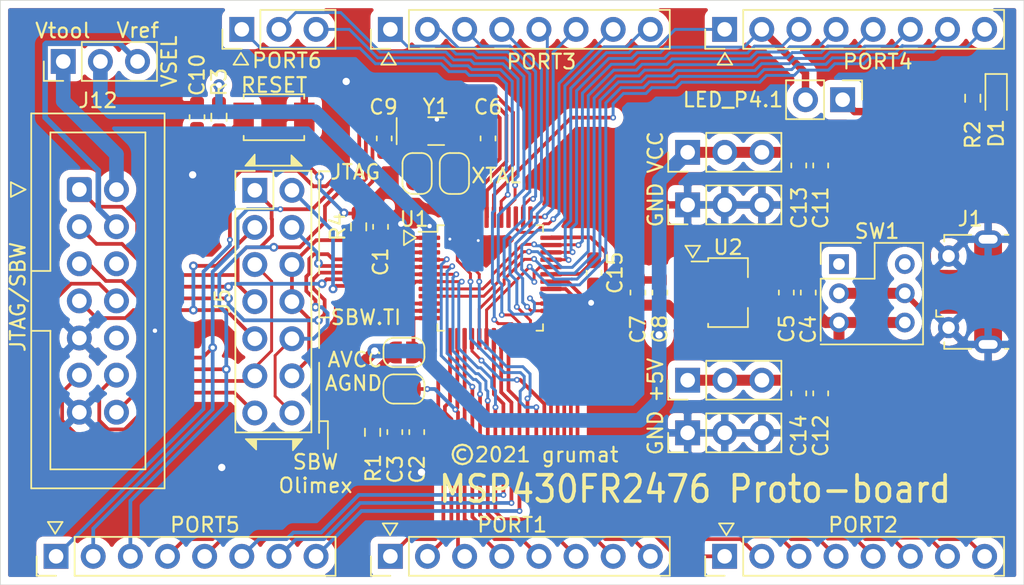
<source format=kicad_pcb>
(kicad_pcb (version 20171130) (host pcbnew "(5.1.12)-1")
  (layers (0 F.Cu signal) (31 B.Cu signal) (35 F.Paste user) (37 F.SilkS user hide) (38 B.Mask user) (39 F.Mask user hide) (44 Edge.Cuts user))
  (net 0 "")
  (net 1 GND)
  (net 2 /RESET)
  (net 3 /TEST)
  (net 4 +3V3)
  (net 5 /P4.7)
  (net 6 /P4.6)
  (net 7 /P4.5)
  (net 8 /P4.4)
  (net 9 /P4.3)
  (net 10 /P4.2)
  (net 11 /P4.1)
  (net 12 /P4.0)
  (net 13 /P3.7)
  (net 14 /P3.6)
  (net 15 /P3.5)
  (net 16 /P3.4)
  (net 17 /P3.3)
  (net 18 /P3.2)
  (net 19 /P3.1)
  (net 20 /P3.0)
  (net 21 /P2.7)
  (net 22 /P2.6)
  (net 23 /P2.5)
  (net 24 /P2.4)
  (net 25 /P2.3)
  (net 26 /P2.2)
  (net 27 /P2.0)
  (net 28 /P2.1)
  (net 29 /P1.7)
  (net 30 /P1.4)
  (net 31 /P1.3)
  (net 32 /P1.2)
  (net 33 /P1.1)
  (net 34 /P1.0)
  (net 35 /P5.7)
  (net 36 /P5.6)
  (net 37 /P5.5)
  (net 38 /P5.4)
  (net 39 /P5.3)
  (net 40 /P5.0)
  (net 41 /P6.2)
  (net 42 /P6.1)
  (net 43 /P6.0)
  (net 44 +5V)
  (net 45 /VCC_SENSE)
  (net 46 /VCC_TOOL)
  (net 47 "Net-(D1-Pad1)")
  (net 48 "Net-(J4-Pad1)")
  (net 49 /JRXD)
  (net 50 /JTXD)
  (net 51 /JTEST)
  (net 52 /JRST)
  (net 53 /JTCK)
  (net 54 /JTDO)
  (net 55 "Net-(SW1-Pad4)")
  (net 56 "Net-(SW1-Pad1)")
  (net 57 "Net-(C6-Pad1)")
  (net 58 "Net-(C9-Pad1)")
  (net 59 "Net-(J1-Pad2)")
  (net 60 "Net-(J1-Pad1)")
  (net 61 "Net-(J1-Pad4)")
  (net 62 "Net-(J1-Pad3)")
  (net 63 "Net-(J12-Pad10)")
  (net 64 "Net-(J12-Pad6)")
  (net 65 /AVCC)
  (net 66 /P1.6_TDI)
  (net 67 /P1.5_TDO)
  (net 68 "Net-(C10-Pad1)")
  (net 69 "Net-(C15-Pad1)")
  (module Capacitor_SMD:C_0603_1608Metric_Pad1.08x0.95mm_HandSolder (layer F.Cu) (at 148.6 101.65 270)
    (fp_text reference C15 (at 0 -1.43 90) (layer F.SilkS))
    (fp_text value 1uF)
    (pad 2 smd roundrect (at 0.8625 0 270) (size 1.075 0.95) (layers F.Cu F.Paste F.Mask) (net 1 GND))
    (pad 1 smd roundrect (at -0.8625 0 270) (size 1.075 0.95) (layers F.Cu F.Paste F.Mask) (net 69 "Net-(C15-Pad1)"))
  )
  (module Resistor_SMD:R_0603_1608Metric_Pad0.98x0.95mm_HandSolder (layer F.Cu) (at 132.5 98.5 90)
    (fp_text reference R4 (at 0 -1.43 90) (layer F.SilkS))
    (fp_text value 3.3K)
    (pad 2 smd roundrect (at 0.9125 0 90) (size 0.975 0.95) (layers F.Cu F.Paste F.Mask) (net 68 "Net-(C10-Pad1)"))
    (pad 1 smd roundrect (at -0.9125 0 90) (size 0.975 0.95) (layers F.Cu F.Paste F.Mask) (net 2 /RESET))
  )
  (module Jumper:SolderJumper-2_P1.3mm_Open_RoundedPad1.0x1.5mm (layer F.Cu) (at 135.6 109.6)
    (fp_text reference JP4 hide)
    (fp_text value AGND)
    (pad 2 smd custom (at 0.65 0) (size 1 0.5) (layers F.Cu F.Mask) (net 32 /P1.2) (options (clearance outline) (anchor rect)) (primitives (gr_circle (center 0 0.25) (end 0.5 0.25) (width 0)) (gr_circle (center 0 -0.25) (end 0.5 -0.25) (width 0)) (gr_poly (pts (xy 0 -0.75) (xy -0.5 -0.75) (xy -0.5 0.75) (xy 0 0.75)) (width 0))))
    (pad 1 smd custom (at -0.65 0) (size 1 0.5) (layers F.Cu F.Mask) (net 1 GND) (options (clearance outline) (anchor rect)) (primitives (gr_circle (center 0 0.25) (end 0.5 0.25) (width 0)) (gr_circle (center 0 -0.25) (end 0.5 -0.25) (width 0)) (gr_poly (pts (xy 0 -0.75) (xy 0.5 -0.75) (xy 0.5 0.75) (xy 0 0.75)) (width 0))))
  )
  (module Jumper:SolderJumper-2_P1.3mm_Open_RoundedPad1.0x1.5mm (layer F.Cu) (at 135.6 107.1)
    (fp_text reference JP3 hide)
    (fp_text value AVCC)
    (pad 2 smd custom (at 0.65 0) (size 1 0.5) (layers F.Cu F.Mask) (net 34 /P1.0) (options (clearance outline) (anchor rect)) (primitives (gr_circle (center 0 0.25) (end 0.5 0.25) (width 0)) (gr_circle (center 0 -0.25) (end 0.5 -0.25) (width 0)) (gr_poly (pts (xy 0 -0.75) (xy -0.5 -0.75) (xy -0.5 0.75) (xy 0 0.75)) (width 0))))
    (pad 1 smd custom (at -0.65 0) (size 1 0.5) (layers F.Cu F.Mask) (net 65 /AVCC) (options (clearance outline) (anchor rect)) (primitives (gr_circle (center 0 0.25) (end 0.5 0.25) (width 0)) (gr_circle (center 0 -0.25) (end 0.5 -0.25) (width 0)) (gr_poly (pts (xy 0 -0.75) (xy 0.5 -0.75) (xy 0.5 0.75) (xy 0 0.75)) (width 0))))
  )
  (module Jumper:SolderJumper-2_P1.3mm_Open_RoundedPad1.0x1.5mm (layer F.Cu) (at 136.5 94.85 270)
    (fp_text reference JP2 hide)
    (fp_text value XIN)
    (pad 2 smd custom (at 0.65 0 270) (size 1 0.5) (layers F.Cu F.Mask) (net 28 /P2.1) (options (clearance outline) (anchor rect)) (primitives (gr_circle (center 0 0.25) (end 0.5 0.25) (width 0)) (gr_circle (center 0 -0.25) (end 0.5 -0.25) (width 0)) (gr_poly (pts (xy 0 -0.75) (xy -0.5 -0.75) (xy -0.5 0.75) (xy 0 0.75)) (width 0))))
    (pad 1 smd custom (at -0.65 0 270) (size 1 0.5) (layers F.Cu F.Mask) (net 58 "Net-(C9-Pad1)") (options (clearance outline) (anchor rect)) (primitives (gr_circle (center 0 0.25) (end 0.5 0.25) (width 0)) (gr_circle (center 0 -0.25) (end 0.5 -0.25) (width 0)) (gr_poly (pts (xy 0 -0.75) (xy 0.5 -0.75) (xy 0.5 0.75) (xy 0 0.75)) (width 0))))
  )
  (module Jumper:SolderJumper-2_P1.3mm_Open_RoundedPad1.0x1.5mm (layer F.Cu) (at 139.05 94.85 270)
    (fp_text reference JP1 hide)
    (fp_text value XOUT)
    (pad 2 smd custom (at 0.65 0 270) (size 1 0.5) (layers F.Cu F.Mask) (net 27 /P2.0) (options (clearance outline) (anchor rect)) (primitives (gr_circle (center 0 0.25) (end 0.5 0.25) (width 0)) (gr_circle (center 0 -0.25) (end 0.5 -0.25) (width 0)) (gr_poly (pts (xy 0 -0.75) (xy -0.5 -0.75) (xy -0.5 0.75) (xy 0 0.75)) (width 0))))
    (pad 1 smd custom (at -0.65 0 270) (size 1 0.5) (layers F.Cu F.Mask) (net 57 "Net-(C6-Pad1)") (options (clearance outline) (anchor rect)) (primitives (gr_circle (center 0 0.25) (end 0.5 0.25) (width 0)) (gr_circle (center 0 -0.25) (end 0.5 -0.25) (width 0)) (gr_poly (pts (xy 0 -0.75) (xy 0.5 -0.75) (xy 0.5 0.75) (xy 0 0.75)) (width 0))))
  )
  (module lib:SW_Push_SPST_NO_Alps_SKRK_handsolder (layer F.Cu) (at 126.71 91)
    (fp_text reference SW2 hide)
    (fp_text value RESET (at 0.01 -2.2) (layer F.SilkS))
    (pad 2 smd rect (at 2.075 0) (size 1.4 2) (layers F.Cu F.Paste F.Mask) (net 1 GND))
    (pad 1 smd rect (at -2.075 0) (size 1.4 2) (layers F.Cu F.Paste F.Mask) (net 68 "Net-(C10-Pad1)"))
  )
  (module Package_QFP:LQFP-48_7x7mm_P0.5mm (layer F.Cu) (at 141.5 102)
    (fp_text reference U1 (at -5.2 -4.025) (layer F.SilkS))
    (fp_text value MSP430FR2476TPTR)
    (pad 48 smd roundrect (at -2.75 -4.1625) (size 0.3 1.475) (layers F.Cu F.Paste F.Mask) (net 1 GND))
    (pad 47 smd roundrect (at -2.25 -4.1625) (size 0.3 1.475) (layers F.Cu F.Paste F.Mask) (net 28 /P2.1))
    (pad 46 smd roundrect (at -1.75 -4.1625) (size 0.3 1.475) (layers F.Cu F.Paste F.Mask) (net 27 /P2.0))
    (pad 45 smd roundrect (at -1.25 -4.1625) (size 0.3 1.475) (layers F.Cu F.Paste F.Mask) (net 50 /JTXD))
    (pad 44 smd roundrect (at -0.75 -4.1625) (size 0.3 1.475) (layers F.Cu F.Paste F.Mask) (net 49 /JRXD))
    (pad 43 smd roundrect (at -0.25 -4.1625) (size 0.3 1.475) (layers F.Cu F.Paste F.Mask) (net 40 /P5.0))
    (pad 42 smd roundrect (at 0.25 -4.1625) (size 0.3 1.475) (layers F.Cu F.Paste F.Mask) (net 5 /P4.7))
    (pad 41 smd roundrect (at 0.75 -4.1625) (size 0.3 1.475) (layers F.Cu F.Paste F.Mask) (net 41 /P6.2))
    (pad 40 smd roundrect (at 1.25 -4.1625) (size 0.3 1.475) (layers F.Cu F.Paste F.Mask) (net 42 /P6.1))
    (pad 39 smd roundrect (at 1.75 -4.1625) (size 0.3 1.475) (layers F.Cu F.Paste F.Mask) (net 14 /P3.6))
    (pad 38 smd roundrect (at 2.25 -4.1625) (size 0.3 1.475) (layers F.Cu F.Paste F.Mask) (net 18 /P3.2))
    (pad 37 smd roundrect (at 2.75 -4.1625) (size 0.3 1.475) (layers F.Cu F.Paste F.Mask) (net 15 /P3.5))
    (pad 36 smd roundrect (at 4.1625 -2.75) (size 1.475 0.3) (layers F.Cu F.Paste F.Mask) (net 21 /P2.7))
    (pad 35 smd roundrect (at 4.1625 -2.25) (size 1.475 0.3) (layers F.Cu F.Paste F.Mask) (net 10 /P4.2))
    (pad 34 smd roundrect (at 4.1625 -1.75) (size 1.475 0.3) (layers F.Cu F.Paste F.Mask) (net 11 /P4.1))
    (pad 33 smd roundrect (at 4.1625 -1.25) (size 1.475 0.3) (layers F.Cu F.Paste F.Mask) (net 12 /P4.0))
    (pad 32 smd roundrect (at 4.1625 -0.75) (size 1.475 0.3) (layers F.Cu F.Paste F.Mask) (net 13 /P3.7))
    (pad 31 smd roundrect (at 4.1625 -0.25) (size 1.475 0.3) (layers F.Cu F.Paste F.Mask) (net 69 "Net-(C15-Pad1)"))
    (pad 30 smd roundrect (at 4.1625 0.25) (size 1.475 0.3) (layers F.Cu F.Paste F.Mask) (net 22 /P2.6))
    (pad 29 smd roundrect (at 4.1625 0.75) (size 1.475 0.3) (layers F.Cu F.Paste F.Mask) (net 23 /P2.5))
    (pad 28 smd roundrect (at 4.1625 1.25) (size 1.475 0.3) (layers F.Cu F.Paste F.Mask) (net 24 /P2.4))
    (pad 27 smd roundrect (at 4.1625 1.75) (size 1.475 0.3) (layers F.Cu F.Paste F.Mask) (net 19 /P3.1))
    (pad 26 smd roundrect (at 4.1625 2.25) (size 1.475 0.3) (layers F.Cu F.Paste F.Mask) (net 16 /P3.4))
    (pad 25 smd roundrect (at 4.1625 2.75) (size 1.475 0.3) (layers F.Cu F.Paste F.Mask) (net 25 /P2.3))
    (pad 24 smd roundrect (at 2.75 4.1625) (size 0.3 1.475) (layers F.Cu F.Paste F.Mask) (net 17 /P3.3))
    (pad 23 smd roundrect (at 2.25 4.1625) (size 0.3 1.475) (layers F.Cu F.Paste F.Mask) (net 20 /P3.0))
    (pad 22 smd roundrect (at 1.75 4.1625) (size 0.3 1.475) (layers F.Cu F.Paste F.Mask) (net 43 /P6.0))
    (pad 21 smd roundrect (at 1.25 4.1625) (size 0.3 1.475) (layers F.Cu F.Paste F.Mask) (net 35 /P5.7))
    (pad 20 smd roundrect (at 0.75 4.1625) (size 0.3 1.475) (layers F.Cu F.Paste F.Mask) (net 36 /P5.6))
    (pad 19 smd roundrect (at 0.25 4.1625) (size 0.3 1.475) (layers F.Cu F.Paste F.Mask) (net 37 /P5.5))
    (pad 18 smd roundrect (at -0.25 4.1625) (size 0.3 1.475) (layers F.Cu F.Paste F.Mask) (net 6 /P4.6))
    (pad 17 smd roundrect (at -0.75 4.1625) (size 0.3 1.475) (layers F.Cu F.Paste F.Mask) (net 7 /P4.5))
    (pad 16 smd roundrect (at -1.25 4.1625) (size 0.3 1.475) (layers F.Cu F.Paste F.Mask) (net 26 /P2.2))
    (pad 15 smd roundrect (at -1.75 4.1625) (size 0.3 1.475) (layers F.Cu F.Paste F.Mask) (net 31 /P1.3))
    (pad 14 smd roundrect (at -2.25 4.1625) (size 0.3 1.475) (layers F.Cu F.Paste F.Mask) (net 32 /P1.2))
    (pad 13 smd roundrect (at -2.75 4.1625) (size 0.3 1.475) (layers F.Cu F.Paste F.Mask) (net 33 /P1.1))
    (pad 12 smd roundrect (at -4.1625 2.75) (size 1.475 0.3) (layers F.Cu F.Paste F.Mask) (net 34 /P1.0))
    (pad 11 smd roundrect (at -4.1625 2.25) (size 1.475 0.3) (layers F.Cu F.Paste F.Mask) (net 38 /P5.4))
    (pad 10 smd roundrect (at -4.1625 1.75) (size 1.475 0.3) (layers F.Cu F.Paste F.Mask) (net 39 /P5.3))
    (pad 9 smd roundrect (at -4.1625 1.25) (size 1.475 0.3) (layers F.Cu F.Paste F.Mask) (net 8 /P4.4))
    (pad 8 smd roundrect (at -4.1625 0.75) (size 1.475 0.3) (layers F.Cu F.Paste F.Mask) (net 9 /P4.3))
    (pad 7 smd roundrect (at -4.1625 0.25) (size 1.475 0.3) (layers F.Cu F.Paste F.Mask) (net 29 /P1.7))
    (pad 6 smd roundrect (at -4.1625 -0.25) (size 1.475 0.3) (layers F.Cu F.Paste F.Mask) (net 66 /P1.6_TDI))
    (pad 5 smd roundrect (at -4.1625 -0.75) (size 1.475 0.3) (layers F.Cu F.Paste F.Mask) (net 67 /P1.5_TDO))
    (pad 4 smd roundrect (at -4.1625 -1.25) (size 1.475 0.3) (layers F.Cu F.Paste F.Mask) (net 30 /P1.4))
    (pad 3 smd roundrect (at -4.1625 -1.75) (size 1.475 0.3) (layers F.Cu F.Paste F.Mask) (net 3 /TEST))
    (pad 2 smd roundrect (at -4.1625 -2.25) (size 1.475 0.3) (layers F.Cu F.Paste F.Mask) (net 2 /RESET))
    (pad 1 smd roundrect (at -4.1625 -2.75) (size 1.475 0.3) (layers F.Cu F.Paste F.Mask) (net 4 +3V3))
  )
  (module Connector_PinHeader_2.54mm:PinHeader_2x07_P2.54mm_Vertical (layer F.Cu) (at 125.4 96)
    (fp_text reference J5 (at -2.2 7.6 90) (layer F.SilkS))
    (fp_text value DEBUG)
    (pad 14 thru_hole oval (at 2.54 15.24) (size 1.7 1.7) (drill 1) (layers *.Cu *.Mask) (net 3 /TEST))
    (pad 13 thru_hole oval (at 0 15.24) (size 1.7 1.7) (drill 1) (layers *.Cu *.Mask) (net 51 /JTEST))
    (pad 12 thru_hole oval (at 2.54 12.7) (size 1.7 1.7) (drill 1) (layers *.Cu *.Mask) (net 2 /RESET))
    (pad 11 thru_hole oval (at 0 12.7) (size 1.7 1.7) (drill 1) (layers *.Cu *.Mask) (net 52 /JRST))
    (pad 10 thru_hole oval (at 2.54 10.16) (size 1.7 1.7) (drill 1) (layers *.Cu *.Mask) (net 3 /TEST))
    (pad 9 thru_hole oval (at 0 10.16) (size 1.7 1.7) (drill 1) (layers *.Cu *.Mask) (net 53 /JTCK))
    (pad 8 thru_hole oval (at 2.54 7.62) (size 1.7 1.7) (drill 1) (layers *.Cu *.Mask) (net 2 /RESET))
    (pad 7 thru_hole oval (at 0 7.62) (size 1.7 1.7) (drill 1) (layers *.Cu *.Mask) (net 54 /JTDO))
    (pad 6 thru_hole oval (at 2.54 5.08) (size 1.7 1.7) (drill 1) (layers *.Cu *.Mask) (net 2 /RESET))
    (pad 5 thru_hole oval (at 0 5.08) (size 1.7 1.7) (drill 1) (layers *.Cu *.Mask) (net 52 /JRST))
    (pad 4 thru_hole oval (at 2.54 2.54) (size 1.7 1.7) (drill 1) (layers *.Cu *.Mask) (net 30 /P1.4))
    (pad 3 thru_hole oval (at 0 2.54) (size 1.7 1.7) (drill 1) (layers *.Cu *.Mask) (net 53 /JTCK))
    (pad 2 thru_hole oval (at 2.54 0) (size 1.7 1.7) (drill 1) (layers *.Cu *.Mask) (net 29 /P1.7))
    (pad 1 thru_hole rect (at 0 0) (size 1.7 1.7) (drill 1) (layers *.Cu *.Mask) (net 54 /JTDO))
  )
  (module Connector_PinHeader_2.54mm:PinHeader_1x03_P2.54mm_Vertical (layer F.Cu) (at 124.51 84.985 90)
    (fp_text reference J10 hide)
    (fp_text value PORT6 (at -2.135 3.09 180) (layer F.SilkS))
    (pad 3 thru_hole oval (at 0 5.08 90) (size 1.7 1.7) (drill 1) (layers *.Cu *.Mask) (net 41 /P6.2))
    (pad 2 thru_hole oval (at 0 2.54 90) (size 1.7 1.7) (drill 1) (layers *.Cu *.Mask) (net 42 /P6.1))
    (pad 1 thru_hole rect (at 0 0 90) (size 1.7 1.7) (drill 1) (layers *.Cu *.Mask) (net 43 /P6.0))
  )
  (module Capacitor_SMD:C_0603_1608Metric_Pad1.08x0.95mm_HandSolder (layer F.Cu) (at 134.25 92.45 90)
    (fp_text reference C9 (at 2.15 -0.05 180) (layer F.SilkS))
    (fp_text value 22pF)
    (pad 2 smd roundrect (at 0.8625 0 90) (size 1.075 0.95) (layers F.Cu F.Paste F.Mask) (net 1 GND))
    (pad 1 smd roundrect (at -0.8625 0 90) (size 1.075 0.95) (layers F.Cu F.Paste F.Mask) (net 58 "Net-(C9-Pad1)"))
  )
  (module Capacitor_SMD:C_0603_1608Metric_Pad1.08x0.95mm_HandSolder (layer F.Cu) (at 141.35 92.45 90)
    (fp_text reference C6 (at 2.15 0 180) (layer F.SilkS))
    (fp_text value 22pF)
    (pad 2 smd roundrect (at 0.8625 0 90) (size 1.075 0.95) (layers F.Cu F.Paste F.Mask) (net 1 GND))
    (pad 1 smd roundrect (at -0.8625 0 90) (size 1.075 0.95) (layers F.Cu F.Paste F.Mask) (net 57 "Net-(C6-Pad1)"))
  )
  (module Capacitor_SMD:C_0603_1608Metric_Pad1.08x0.95mm_HandSolder (layer F.Cu) (at 121.45 91 90)
    (fp_text reference C10 (at 2.9 0 90) (layer F.SilkS))
    (fp_text value 2.2nF)
    (pad 2 smd roundrect (at 0.8625 0 90) (size 1.075 0.95) (layers F.Cu F.Paste F.Mask) (net 1 GND))
    (pad 1 smd roundrect (at -0.8625 0 90) (size 1.075 0.95) (layers F.Cu F.Paste F.Mask) (net 68 "Net-(C10-Pad1)"))
  )
  (module lib:TL-2203 (layer F.Cu) (at 165.35 101.05)
    (fp_text reference SW1 (at 2.6 -2.25) (layer F.SilkS))
    (fp_text value TL-2203)
    (pad 6 thru_hole oval (at 4.5 4) (size 1.35 1.35) (drill 0.8) (layers *.Cu *.Mask) (net 44 +5V))
    (pad 5 thru_hole oval (at 4.5 2) (size 1.35 1.35) (drill 0.8) (layers *.Cu *.Mask) (net 60 "Net-(J1-Pad1)"))
    (pad 4 thru_hole oval (at 4.5 0) (size 1.35 1.35) (drill 0.8) (layers *.Cu *.Mask) (net 55 "Net-(SW1-Pad4)"))
    (pad 1 thru_hole rect (at 0 0) (size 1.35 1.35) (drill 0.8) (layers *.Cu *.Mask) (net 56 "Net-(SW1-Pad1)"))
    (pad 2 thru_hole oval (at 0 2) (size 1.35 1.35) (drill 0.8) (layers *.Cu *.Mask) (net 60 "Net-(J1-Pad1)"))
    (pad 3 thru_hole oval (at 0 4) (size 1.35 1.35) (drill 0.8) (layers *.Cu *.Mask) (net 44 +5V))
  )
  (module Capacitor_SMD:C_0603_1608Metric_Pad1.08x0.95mm_HandSolder (layer F.Cu) (at 136.475 112.55 90)
    (fp_text reference C2 (at -2.55 0.025 90) (layer F.SilkS))
    (fp_text value 10uF)
    (pad 2 smd roundrect (at 0.8625 0 90) (size 1.075 0.95) (layers F.Cu F.Paste F.Mask) (net 1 GND))
    (pad 1 smd roundrect (at -0.8625 0 90) (size 1.075 0.95) (layers F.Cu F.Paste F.Mask) (net 65 /AVCC))
  )
  (module lib:USB_Micro-B_Molex-105017-0001-handsolder (layer F.Cu) (at 174.31 102.95 90)
    (fp_text reference J1 (at 5 0.015 180) (layer F.SilkS))
    (fp_text value USB_B_Micro)
    (pad 6 smd rect (at 1 1.2375 90) (size 1.5 1.9) (layers F.Cu F.Paste F.Mask) (net 1 GND))
    (pad 6 thru_hole circle (at -2.45 -1.4625 90) (size 1.45 1.45) (drill 0.85) (layers *.Cu *.Mask) (net 1 GND))
    (pad 2 smd rect (at -0.65 -1.55 90) (size 0.4 1.55) (layers F.Cu F.Paste F.Mask) (net 59 "Net-(J1-Pad2)"))
    (pad 1 smd rect (at -1.3 -1.55 90) (size 0.4 1.55) (layers F.Cu F.Paste F.Mask) (net 60 "Net-(J1-Pad1)"))
    (pad 5 smd rect (at 1.3 -1.55 90) (size 0.4 1.55) (layers F.Cu F.Paste F.Mask) (net 1 GND))
    (pad 4 smd rect (at 0.65 -1.55 90) (size 0.4 1.55) (layers F.Cu F.Paste F.Mask) (net 61 "Net-(J1-Pad4)"))
    (pad 3 smd rect (at 0 -1.55 90) (size 0.4 1.55) (layers F.Cu F.Paste F.Mask) (net 62 "Net-(J1-Pad3)"))
    (pad 6 thru_hole circle (at 2.45 -1.4625 90) (size 1.45 1.45) (drill 0.85) (layers *.Cu *.Mask) (net 1 GND))
    (pad 6 smd rect (at -1 1.2375 90) (size 1.5 1.9) (layers F.Cu F.Paste F.Mask) (net 1 GND))
    (pad 6 thru_hole oval (at -3.6 1.2375 270) (size 1.2 1.9) (drill oval 0.6 1.3) (layers *.Cu *.Mask) (net 1 GND))
    (pad 6 thru_hole oval (at 3.6 1.2375 90) (size 1.2 1.9) (drill oval 0.6 1.3) (layers *.Cu *.Mask) (net 1 GND))
    (pad 6 smd rect (at 2.9 1.2375 90) (size 1.2 1.9) (layers F.Cu F.Mask) (net 1 GND))
    (pad 6 smd rect (at -2.9 1.2375 90) (size 1.2 1.9) (layers F.Cu F.Mask) (net 1 GND))
  )
  (module Resistor_SMD:R_0603_1608Metric_Pad0.98x0.95mm_HandSolder (layer F.Cu) (at 174.5 89.7 270)
    (fp_text reference R2 (at 2.5 0 90) (layer F.SilkS))
    (fp_text value 1K)
    (pad 2 smd roundrect (at 0.9125 0 270) (size 0.975 0.95) (layers F.Cu F.Paste F.Mask) (net 48 "Net-(J4-Pad1)"))
    (pad 1 smd roundrect (at -0.9125 0 270) (size 0.975 0.95) (layers F.Cu F.Paste F.Mask) (net 47 "Net-(D1-Pad1)"))
  )
  (module Connector_PinHeader_2.54mm:PinHeader_1x02_P2.54mm_Vertical (layer F.Cu) (at 165.6 89.8 270)
    (fp_text reference J4 hide)
    (fp_text value LED_P4.1 (at 0 7.5 180) (layer F.SilkS))
    (pad 2 thru_hole oval (at 0 2.54 270) (size 1.7 1.7) (drill 1) (layers *.Cu *.Mask) (net 11 /P4.1))
    (pad 1 thru_hole rect (at 0 0 270) (size 1.7 1.7) (drill 1) (layers *.Cu *.Mask) (net 48 "Net-(J4-Pad1)"))
  )
  (module LED_SMD:LED_0603_1608Metric_Pad1.05x0.95mm_HandSolder (layer F.Cu) (at 176.1 89.7 270)
    (fp_text reference D1 (at 2.4 0 90) (layer F.SilkS))
    (fp_text value LED)
    (pad 2 smd roundrect (at 0.875 0 270) (size 1.05 0.95) (layers F.Cu F.Paste F.Mask) (net 4 +3V3))
    (pad 1 smd roundrect (at -0.875 0 270) (size 1.05 0.95) (layers F.Cu F.Paste F.Mask) (net 47 "Net-(D1-Pad1)"))
  )
  (module Connector_PinHeader_2.54mm:PinHeader_1x03_P2.54mm_Vertical (layer F.Cu) (at 155 109 90)
    (fp_text reference J16 hide)
    (fp_text value +5V (at 0 -2.2 90) (layer F.SilkS))
    (pad 3 thru_hole oval (at 0 5.08 90) (size 1.7 1.7) (drill 1) (layers *.Cu *.Mask) (net 44 +5V))
    (pad 2 thru_hole oval (at 0 2.54 90) (size 1.7 1.7) (drill 1) (layers *.Cu *.Mask) (net 44 +5V))
    (pad 1 thru_hole rect (at 0 0 90) (size 1.7 1.7) (drill 1) (layers *.Cu *.Mask) (net 44 +5V))
  )
  (module Capacitor_SMD:C_0603_1608Metric_Pad1.08x0.95mm_HandSolder (layer F.Cu) (at 162.6 94.3 270)
    (fp_text reference C13 (at 2.9 -0.025 90) (layer F.SilkS))
    (fp_text value 10uF)
    (pad 2 smd roundrect (at 0.8625 0 270) (size 1.075 0.95) (layers F.Cu F.Paste F.Mask) (net 1 GND))
    (pad 1 smd roundrect (at -0.8625 0 270) (size 1.075 0.95) (layers F.Cu F.Paste F.Mask) (net 4 +3V3))
  )
  (module Capacitor_SMD:C_0603_1608Metric_Pad1.08x0.95mm_HandSolder (layer F.Cu) (at 162.6 109.9 270)
    (fp_text reference C14 (at 2.9 0 90) (layer F.SilkS))
    (fp_text value 10uF)
    (pad 2 smd roundrect (at 0.8625 0 270) (size 1.075 0.95) (layers F.Cu F.Paste F.Mask) (net 1 GND))
    (pad 1 smd roundrect (at -0.8625 0 270) (size 1.075 0.95) (layers F.Cu F.Paste F.Mask) (net 44 +5V))
  )
  (module Capacitor_SMD:C_0603_1608Metric_Pad1.08x0.95mm_HandSolder (layer F.Cu) (at 164.1 94.3 270)
    (fp_text reference C11 (at 2.9 0 90) (layer F.SilkS))
    (fp_text value 220nF)
    (pad 2 smd roundrect (at 0.8625 0 270) (size 1.075 0.95) (layers F.Cu F.Paste F.Mask) (net 1 GND))
    (pad 1 smd roundrect (at -0.8625 0 270) (size 1.075 0.95) (layers F.Cu F.Paste F.Mask) (net 4 +3V3))
  )
  (module Capacitor_SMD:C_0603_1608Metric_Pad1.08x0.95mm_HandSolder (layer F.Cu) (at 164.1 109.9 270)
    (fp_text reference C12 (at 2.9 0 90) (layer F.SilkS))
    (fp_text value 220nF)
    (pad 2 smd roundrect (at 0.8625 0 270) (size 1.075 0.95) (layers F.Cu F.Paste F.Mask) (net 1 GND))
    (pad 1 smd roundrect (at -0.8625 0 270) (size 1.075 0.95) (layers F.Cu F.Paste F.Mask) (net 44 +5V))
  )
  (module Connector_PinHeader_2.54mm:PinHeader_1x03_P2.54mm_Vertical (layer F.Cu) (at 155 112.6 90)
    (fp_text reference J15 hide)
    (fp_text value GND (at 0 -2.2 90) (layer F.SilkS))
    (pad 3 thru_hole oval (at 0 5.08 90) (size 1.7 1.7) (drill 1) (layers *.Cu *.Mask) (net 1 GND))
    (pad 2 thru_hole oval (at 0 2.54 90) (size 1.7 1.7) (drill 1) (layers *.Cu *.Mask) (net 1 GND))
    (pad 1 thru_hole rect (at 0 0 90) (size 1.7 1.7) (drill 1) (layers *.Cu *.Mask) (net 1 GND))
  )
  (module Connector_PinHeader_2.54mm:PinHeader_1x03_P2.54mm_Vertical (layer F.Cu) (at 155 97 90)
    (fp_text reference J17 hide)
    (fp_text value GND (at 0 -2.2 90) (layer F.SilkS))
    (pad 3 thru_hole oval (at 0 5.08 90) (size 1.7 1.7) (drill 1) (layers *.Cu *.Mask) (net 1 GND))
    (pad 2 thru_hole oval (at 0 2.54 90) (size 1.7 1.7) (drill 1) (layers *.Cu *.Mask) (net 1 GND))
    (pad 1 thru_hole rect (at 0 0 90) (size 1.7 1.7) (drill 1) (layers *.Cu *.Mask) (net 1 GND))
  )
  (module Connector_PinHeader_2.54mm:PinHeader_1x03_P2.54mm_Vertical (layer F.Cu) (at 155 93.4 90)
    (fp_text reference J14 hide)
    (fp_text value VCC (at 0 -2.2 90) (layer F.SilkS))
    (pad 3 thru_hole oval (at 0 5.08 90) (size 1.7 1.7) (drill 1) (layers *.Cu *.Mask) (net 4 +3V3))
    (pad 2 thru_hole oval (at 0 2.54 90) (size 1.7 1.7) (drill 1) (layers *.Cu *.Mask) (net 4 +3V3))
    (pad 1 thru_hole rect (at 0 0 90) (size 1.7 1.7) (drill 1) (layers *.Cu *.Mask) (net 4 +3V3))
  )
  (module Package_TO_SOT_SMD:SOT-89-3_Handsoldering (layer F.Cu) (at 157.4625 103)
    (fp_text reference U2 (at 0.3 -3.1) (layer F.SilkS))
    (fp_text value HT7533-1)
    (pad 2 smd custom (at -2.0625 0) (size 2.475 0.9) (layers F.Cu F.Paste F.Mask) (net 44 +5V) (options (clearance outline) (anchor rect)) (primitives (gr_poly (pts (xy 1.2375 -0.8665) (xy 5.3625 -0.8665) (xy 5.3625 0.8665) (xy 1.2375 0.8665)) (width 0))))
    (pad 3 smd rect (at -2.15 1.5) (size 2.3 0.9) (layers F.Cu F.Paste F.Mask) (net 4 +3V3))
    (pad 1 smd rect (at -2.15 -1.5) (size 2.3 0.9) (layers F.Cu F.Paste F.Mask) (net 1 GND))
  )
  (module Resistor_SMD:R_0603_1608Metric_Pad0.98x0.95mm_HandSolder (layer F.Cu) (at 133.455 112.565 90)
    (fp_text reference R1 (at -2.45 0.05 90) (layer F.SilkS))
    (fp_text value 22)
    (pad 2 smd roundrect (at 0.9125 0 90) (size 0.975 0.95) (layers F.Cu F.Paste F.Mask) (net 65 /AVCC))
    (pad 1 smd roundrect (at -0.9125 0 90) (size 0.975 0.95) (layers F.Cu F.Paste F.Mask) (net 4 +3V3))
  )
  (module Capacitor_SMD:C_0603_1608Metric_Pad1.08x0.95mm_HandSolder (layer F.Cu) (at 153.1 103 90)
    (fp_text reference C8 (at -2.5 0 90) (layer F.SilkS))
    (fp_text value 220nF)
    (pad 2 smd roundrect (at 0.8625 0 90) (size 1.075 0.95) (layers F.Cu F.Paste F.Mask) (net 1 GND))
    (pad 1 smd roundrect (at -0.8625 0 90) (size 1.075 0.95) (layers F.Cu F.Paste F.Mask) (net 4 +3V3))
  )
  (module Capacitor_SMD:C_0603_1608Metric_Pad1.08x0.95mm_HandSolder (layer F.Cu) (at 151.6 103 90)
    (fp_text reference C7 (at -2.525 0 90) (layer F.SilkS))
    (fp_text value 10uF)
    (pad 2 smd roundrect (at 0.8625 0 90) (size 1.075 0.95) (layers F.Cu F.Paste F.Mask) (net 1 GND))
    (pad 1 smd roundrect (at -0.8625 0 90) (size 1.075 0.95) (layers F.Cu F.Paste F.Mask) (net 4 +3V3))
  )
  (module Capacitor_SMD:C_0603_1608Metric_Pad1.08x0.95mm_HandSolder (layer F.Cu) (at 161.75 103 90)
    (fp_text reference C5 (at -2.475 0.025 90) (layer F.SilkS))
    (fp_text value 220nF)
    (pad 2 smd roundrect (at 0.8625 0 90) (size 1.075 0.95) (layers F.Cu F.Paste F.Mask) (net 1 GND))
    (pad 1 smd roundrect (at -0.8625 0 90) (size 1.075 0.95) (layers F.Cu F.Paste F.Mask) (net 44 +5V))
  )
  (module Capacitor_SMD:C_0603_1608Metric_Pad1.08x0.95mm_HandSolder (layer F.Cu) (at 163.25 103 90)
    (fp_text reference C4 (at -2.525 0 90) (layer F.SilkS))
    (fp_text value 10uF)
    (pad 2 smd roundrect (at 0.8625 0 90) (size 1.075 0.95) (layers F.Cu F.Paste F.Mask) (net 1 GND))
    (pad 1 smd roundrect (at -0.8625 0 90) (size 1.075 0.95) (layers F.Cu F.Paste F.Mask) (net 44 +5V))
  )
  (module Crystal:Crystal_SMD_G8-2Pin_3.2x1.5mm_HandSoldering (layer F.Cu) (at 137.8 91.95)
    (fp_text reference Y1 (at -0.01 -1.69) (layer F.SilkS))
    (fp_text value "32768 12pF")
    (pad 2 smd rect (at 1.625 0) (size 1.75 1.8) (layers F.Cu F.Paste F.Mask) (net 57 "Net-(C6-Pad1)"))
    (pad 1 smd rect (at -1.625 0) (size 1.75 1.8) (layers F.Cu F.Paste F.Mask) (net 58 "Net-(C9-Pad1)"))
  )
  (module Connector_PinHeader_2.54mm:PinHeader_1x08_P2.54mm_Vertical (layer F.Cu) (at 111.81 121.053 90)
    (fp_text reference J8 hide)
    (fp_text value PORT5 (at 2.153 10.18 180) (layer F.SilkS))
    (pad 8 thru_hole oval (at 0 17.78 90) (size 1.7 1.7) (drill 1) (layers *.Cu *.Mask) (net 35 /P5.7))
    (pad 7 thru_hole oval (at 0 15.24 90) (size 1.7 1.7) (drill 1) (layers *.Cu *.Mask) (net 36 /P5.6))
    (pad 6 thru_hole oval (at 0 12.7 90) (size 1.7 1.7) (drill 1) (layers *.Cu *.Mask) (net 37 /P5.5))
    (pad 5 thru_hole oval (at 0 10.16 90) (size 1.7 1.7) (drill 1) (layers *.Cu *.Mask) (net 38 /P5.4))
    (pad 4 thru_hole oval (at 0 7.62 90) (size 1.7 1.7) (drill 1) (layers *.Cu *.Mask) (net 39 /P5.3))
    (pad 3 thru_hole oval (at 0 5.08 90) (size 1.7 1.7) (drill 1) (layers *.Cu *.Mask) (net 50 /JTXD))
    (pad 2 thru_hole oval (at 0 2.54 90) (size 1.7 1.7) (drill 1) (layers *.Cu *.Mask) (net 49 /JRXD))
    (pad 1 thru_hole rect (at 0 0 90) (size 1.7 1.7) (drill 1) (layers *.Cu *.Mask) (net 40 /P5.0))
  )
  (module Connector_PinHeader_2.54mm:PinHeader_1x08_P2.54mm_Vertical (layer F.Cu) (at 157.53 84.985 90)
    (fp_text reference J6 hide)
    (fp_text value PORT4 (at -2.215 10.47) (layer F.SilkS))
    (pad 8 thru_hole oval (at 0 17.78 90) (size 1.7 1.7) (drill 1) (layers *.Cu *.Mask) (net 5 /P4.7))
    (pad 7 thru_hole oval (at 0 15.24 90) (size 1.7 1.7) (drill 1) (layers *.Cu *.Mask) (net 6 /P4.6))
    (pad 6 thru_hole oval (at 0 12.7 90) (size 1.7 1.7) (drill 1) (layers *.Cu *.Mask) (net 7 /P4.5))
    (pad 5 thru_hole oval (at 0 10.16 90) (size 1.7 1.7) (drill 1) (layers *.Cu *.Mask) (net 8 /P4.4))
    (pad 4 thru_hole oval (at 0 7.62 90) (size 1.7 1.7) (drill 1) (layers *.Cu *.Mask) (net 9 /P4.3))
    (pad 3 thru_hole oval (at 0 5.08 90) (size 1.7 1.7) (drill 1) (layers *.Cu *.Mask) (net 10 /P4.2))
    (pad 2 thru_hole oval (at 0 2.54 90) (size 1.7 1.7) (drill 1) (layers *.Cu *.Mask) (net 11 /P4.1))
    (pad 1 thru_hole rect (at 0 0 90) (size 1.7 1.7) (drill 1) (layers *.Cu *.Mask) (net 12 /P4.0))
  )
  (module Connector_PinHeader_2.54mm:PinHeader_1x08_P2.54mm_Vertical (layer F.Cu) (at 134.67 84.985 90)
    (fp_text reference J11 hide)
    (fp_text value PORT3 (at -2.215 10.33) (layer F.SilkS))
    (pad 8 thru_hole oval (at 0 17.78 90) (size 1.7 1.7) (drill 1) (layers *.Cu *.Mask) (net 13 /P3.7))
    (pad 7 thru_hole oval (at 0 15.24 90) (size 1.7 1.7) (drill 1) (layers *.Cu *.Mask) (net 14 /P3.6))
    (pad 6 thru_hole oval (at 0 12.7 90) (size 1.7 1.7) (drill 1) (layers *.Cu *.Mask) (net 15 /P3.5))
    (pad 5 thru_hole oval (at 0 10.16 90) (size 1.7 1.7) (drill 1) (layers *.Cu *.Mask) (net 16 /P3.4))
    (pad 4 thru_hole oval (at 0 7.62 90) (size 1.7 1.7) (drill 1) (layers *.Cu *.Mask) (net 17 /P3.3))
    (pad 3 thru_hole oval (at 0 5.08 90) (size 1.7 1.7) (drill 1) (layers *.Cu *.Mask) (net 18 /P3.2))
    (pad 2 thru_hole oval (at 0 2.54 90) (size 1.7 1.7) (drill 1) (layers *.Cu *.Mask) (net 19 /P3.1))
    (pad 1 thru_hole rect (at 0 0 90) (size 1.7 1.7) (drill 1) (layers *.Cu *.Mask) (net 20 /P3.0))
  )
  (module Connector_PinHeader_2.54mm:PinHeader_1x08_P2.54mm_Vertical (layer F.Cu) (at 157.53 121.053 90)
    (fp_text reference J9 hide)
    (fp_text value PORT2 (at 2.153 9.47 180) (layer F.SilkS))
    (pad 8 thru_hole oval (at 0 17.78 90) (size 1.7 1.7) (drill 1) (layers *.Cu *.Mask) (net 21 /P2.7))
    (pad 7 thru_hole oval (at 0 15.24 90) (size 1.7 1.7) (drill 1) (layers *.Cu *.Mask) (net 22 /P2.6))
    (pad 6 thru_hole oval (at 0 12.7 90) (size 1.7 1.7) (drill 1) (layers *.Cu *.Mask) (net 23 /P2.5))
    (pad 5 thru_hole oval (at 0 10.16 90) (size 1.7 1.7) (drill 1) (layers *.Cu *.Mask) (net 24 /P2.4))
    (pad 4 thru_hole oval (at 0 7.62 90) (size 1.7 1.7) (drill 1) (layers *.Cu *.Mask) (net 25 /P2.3))
    (pad 3 thru_hole oval (at 0 5.08 90) (size 1.7 1.7) (drill 1) (layers *.Cu *.Mask) (net 26 /P2.2))
    (pad 2 thru_hole oval (at 0 2.54 90) (size 1.7 1.7) (drill 1) (layers *.Cu *.Mask) (net 28 /P2.1))
    (pad 1 thru_hole rect (at 0 0 90) (size 1.7 1.7) (drill 1) (layers *.Cu *.Mask) (net 27 /P2.0))
  )
  (module Connector_PinHeader_2.54mm:PinHeader_1x08_P2.54mm_Vertical (layer F.Cu) (at 134.67 121.053 90)
    (fp_text reference J7 hide)
    (fp_text value PORT1 (at 2.153 8.33 180) (layer F.SilkS))
    (pad 8 thru_hole oval (at 0 17.78 90) (size 1.7 1.7) (drill 1) (layers *.Cu *.Mask) (net 29 /P1.7))
    (pad 7 thru_hole oval (at 0 15.24 90) (size 1.7 1.7) (drill 1) (layers *.Cu *.Mask) (net 66 /P1.6_TDI))
    (pad 6 thru_hole oval (at 0 12.7 90) (size 1.7 1.7) (drill 1) (layers *.Cu *.Mask) (net 67 /P1.5_TDO))
    (pad 5 thru_hole oval (at 0 10.16 90) (size 1.7 1.7) (drill 1) (layers *.Cu *.Mask) (net 30 /P1.4))
    (pad 4 thru_hole oval (at 0 7.62 90) (size 1.7 1.7) (drill 1) (layers *.Cu *.Mask) (net 31 /P1.3))
    (pad 3 thru_hole oval (at 0 5.08 90) (size 1.7 1.7) (drill 1) (layers *.Cu *.Mask) (net 32 /P1.2))
    (pad 2 thru_hole oval (at 0 2.54 90) (size 1.7 1.7) (drill 1) (layers *.Cu *.Mask) (net 33 /P1.1))
    (pad 1 thru_hole rect (at 0 0 90) (size 1.7 1.7) (drill 1) (layers *.Cu *.Mask) (net 34 /P1.0))
  )
  (module Capacitor_SMD:C_0603_1608Metric_Pad1.08x0.95mm_HandSolder (layer F.Cu) (at 134.975 112.55 90)
    (fp_text reference C3 (at -2.55 0.025 90) (layer F.SilkS))
    (fp_text value 220nF)
    (pad 2 smd roundrect (at 0.8625 0 90) (size 1.075 0.95) (layers F.Cu F.Paste F.Mask) (net 1 GND))
    (pad 1 smd roundrect (at -0.8625 0 90) (size 1.075 0.95) (layers F.Cu F.Paste F.Mask) (net 65 /AVCC))
  )
  (module Capacitor_SMD:C_0603_1608Metric_Pad1.08x0.95mm_HandSolder (layer F.Cu) (at 134 98.5 90)
    (fp_text reference C1 (at -2.4 0 90) (layer F.SilkS))
    (fp_text value 220nF)
    (pad 2 smd roundrect (at 0.8625 0 90) (size 1.075 0.95) (layers F.Cu F.Paste F.Mask) (net 1 GND))
    (pad 1 smd roundrect (at -0.8625 0 90) (size 1.075 0.95) (layers F.Cu F.Paste F.Mask) (net 4 +3V3))
  )
  (module Resistor_SMD:R_0603_1608Metric_Pad0.98x0.95mm_HandSolder (layer F.Cu) (at 122.95 91 270)
    (fp_text reference R3 (at -2.4 0 90) (layer F.SilkS))
    (fp_text value 47K)
    (pad 2 smd roundrect (at 0.9125 0 270) (size 0.975 0.95) (layers F.Cu F.Paste F.Mask) (net 68 "Net-(C10-Pad1)"))
    (pad 1 smd roundrect (at -0.9125 0 270) (size 0.975 0.95) (layers F.Cu F.Paste F.Mask) (net 4 +3V3))
  )
  (module Connector_PinHeader_2.54mm:PinHeader_1x03_P2.54mm_Vertical (layer F.Cu) (at 112.3 87.18 90)
    (fp_text reference J13 hide)
    (fp_text value VSEL (at 0.005 7.25 270) (layer F.SilkS))
    (pad 3 thru_hole oval (at 0 5.08 90) (size 1.7 1.7) (drill 1) (layers *.Cu *.Mask) (net 45 /VCC_SENSE))
    (pad 2 thru_hole oval (at 0 2.54 90) (size 1.7 1.7) (drill 1) (layers *.Cu *.Mask) (net 4 +3V3))
    (pad 1 thru_hole rect (at 0 0 90) (size 1.7 1.7) (drill 1) (layers *.Cu *.Mask) (net 46 /VCC_TOOL))
  )
  (module Connector_IDC:IDC-Header_2x07_P2.54mm_Vertical (layer F.Cu) (at 113.4 95.95)
    (fp_text reference J12 (at 1.27 -6.1) (layer F.SilkS))
    (fp_text value JTAG/SBW (at -4.2 7.35 90) (layer F.SilkS))
    (pad 14 thru_hole circle (at 2.54 15.24) (size 1.7 1.7) (drill 1) (layers *.Cu *.Mask) (net 49 /JRXD))
    (pad 12 thru_hole circle (at 2.54 12.7) (size 1.7 1.7) (drill 1) (layers *.Cu *.Mask) (net 50 /JTXD))
    (pad 10 thru_hole circle (at 2.54 10.16) (size 1.7 1.7) (drill 1) (layers *.Cu *.Mask) (net 63 "Net-(J12-Pad10)"))
    (pad 8 thru_hole circle (at 2.54 7.62) (size 1.7 1.7) (drill 1) (layers *.Cu *.Mask) (net 51 /JTEST))
    (pad 6 thru_hole circle (at 2.54 5.08) (size 1.7 1.7) (drill 1) (layers *.Cu *.Mask) (net 64 "Net-(J12-Pad6)"))
    (pad 4 thru_hole circle (at 2.54 2.54) (size 1.7 1.7) (drill 1) (layers *.Cu *.Mask) (net 45 /VCC_SENSE))
    (pad 2 thru_hole circle (at 2.54 0) (size 1.7 1.7) (drill 1) (layers *.Cu *.Mask) (net 46 /VCC_TOOL))
    (pad 13 thru_hole circle (at 0 15.24) (size 1.7 1.7) (drill 1) (layers *.Cu *.Mask) (net 1 GND))
    (pad 11 thru_hole circle (at 0 12.7) (size 1.7 1.7) (drill 1) (layers *.Cu *.Mask) (net 52 /JRST))
    (pad 9 thru_hole circle (at 0 10.16) (size 1.7 1.7) (drill 1) (layers *.Cu *.Mask) (net 1 GND))
    (pad 7 thru_hole circle (at 0 7.62) (size 1.7 1.7) (drill 1) (layers *.Cu *.Mask) (net 53 /JTCK))
    (pad 5 thru_hole circle (at 0 5.08) (size 1.7 1.7) (drill 1) (layers *.Cu *.Mask) (net 67 /P1.5_TDO))
    (pad 3 thru_hole circle (at 0 2.54) (size 1.7 1.7) (drill 1) (layers *.Cu *.Mask) (net 66 /P1.6_TDI))
    (pad 1 thru_hole roundrect (at 0 0) (size 1.7 1.7) (drill 1) (layers *.Cu *.Mask) (roundrect_rratio 0.1470588235294118) (net 54 /JTDO))
  )
  (gr_poly (pts (xy 125.4 93.55) (xy 125.4 94.3) (xy 127.9 94.3) (xy 127.9 93.6) (xy 128.625 94.325) (xy 124.75 94.325)) (layer F.SilkS) (width 0.1))
  (gr_poly (pts (xy 128 113.8) (xy 128 113.05) (xy 125.5 113.05) (xy 125.5 113.75) (xy 124.775 113.025) (xy 128.65 113.025)) (layer F.SilkS) (width 0.1))
  (gr_text XTAL (at 141.9 95) (layer F.SilkS) (effects (font (size 1 1))))
  (gr_text "AVCC\nAGND" (at 134.2 108.4) (layer F.SilkS) (effects (font (size 1 1)) (justify right)))
  (gr_text "SBW\nOlimex" (at 129.55 115.4) (layer F.SilkS) (effects (font (size 1 1))))
  (gr_line (start 130.4 111.8) (end 130.4 113.7) (layer F.SilkS) (width 0.12))
  (gr_line (start 129.8 111.8) (end 130.4 111.8) (layer F.SilkS) (width 0.12))
  (gr_line (start 129.8 112.6) (end 129.8 111.8) (layer F.SilkS) (width 0.12))
  (gr_line (start 129.8 107.8) (end 129.8 112.6) (layer F.SilkS) (width 0.12))
  (gr_text SBW.TI (at 133 104.7) (layer F.SilkS) (effects (font (size 1 1))))
  (gr_line (start 129.8 104.7) (end 130.5 104.7) (layer F.SilkS) (width 0.12))
  (gr_line (start 129.8 102.7) (end 129.8 106.8) (layer F.SilkS) (width 0.12))
  (gr_text JTAG (at 132.275 94.75) (layer F.SilkS) (effects (font (size 1 1))))
  (gr_line (start 136.4 99.25) (end 135.6 99.75) (layer F.SilkS) (width 0.12))
  (gr_line (start 135.6 98.75) (end 136.4 99.25) (layer F.SilkS) (width 0.12))
  (gr_line (start 135.6 99.75) (end 135.6 98.75) (layer F.SilkS) (width 0.12))
  (gr_line (start 129.8 94.7) (end 130.5 94.7) (layer F.SilkS) (width 0.12))
  (gr_line (start 129.8 101.7) (end 129.8 94.7) (layer F.SilkS) (width 0.12))
  (gr_text Vref (at 117.4 85.05) (layer F.SilkS) (effects (font (size 1 1))))
  (gr_text Vtool (at 112.27 85.075) (layer F.SilkS) (effects (font (size 1 1))))
  (gr_text "©2021 grumat" (at 144.5 114.1) (layer F.SilkS) (effects (font (size 1 1))))
  (gr_text "MSP430FR2476 Proto-board" (at 155.5 116.45) (layer F.SilkS) (effects (font (size 1.8 1.6) (thickness 0.25))))
  (gr_line (start 157.65 119.6) (end 157.15 118.8) (layer F.SilkS) (width 0.12))
  (gr_line (start 158.15 118.8) (end 157.65 119.6) (layer F.SilkS) (width 0.12))
  (gr_line (start 157.15 118.8) (end 158.15 118.8) (layer F.SilkS) (width 0.12))
  (gr_line (start 134.65 119.6) (end 134.15 118.8) (layer F.SilkS) (width 0.12))
  (gr_line (start 135.15 118.8) (end 134.65 119.6) (layer F.SilkS) (width 0.12))
  (gr_line (start 134.15 118.8) (end 135.15 118.8) (layer F.SilkS) (width 0.12))
  (gr_line (start 111.75 119.5) (end 111.25 118.7) (layer F.SilkS) (width 0.12))
  (gr_line (start 112.25 118.7) (end 111.75 119.5) (layer F.SilkS) (width 0.12))
  (gr_line (start 111.25 118.7) (end 112.25 118.7) (layer F.SilkS) (width 0.12))
  (gr_line (start 124.95 87.4) (end 123.95 87.4) (layer F.SilkS) (width 0.12))
  (gr_line (start 123.95 87.4) (end 124.45 86.6) (layer F.SilkS) (width 0.12))
  (gr_line (start 124.45 86.6) (end 124.95 87.4) (layer F.SilkS) (width 0.12))
  (gr_line (start 134.55 86.6) (end 135.05 87.4) (layer F.SilkS) (width 0.12))
  (gr_line (start 135.05 87.4) (end 134.05 87.4) (layer F.SilkS) (width 0.12))
  (gr_line (start 134.05 87.4) (end 134.55 86.6) (layer F.SilkS) (width 0.12))
  (gr_line (start 157.55 86.6) (end 158.05 87.4) (layer F.SilkS) (width 0.12))
  (gr_line (start 158.05 87.4) (end 157.05 87.4) (layer F.SilkS) (width 0.12))
  (gr_line (start 157.05 87.4) (end 157.55 86.6) (layer F.SilkS) (width 0.12))
  (gr_line (start 155.85 99.8) (end 155.35 100.6) (layer F.SilkS) (width 0.12))
  (gr_line (start 155.35 100.6) (end 154.85 99.8) (layer F.SilkS) (width 0.12))
  (gr_line (start 154.85 99.8) (end 155.85 99.8) (layer F.SilkS) (width 0.12))
  (gr_line (start 178 83) (end 108 83) (layer Edge.Cuts) (width 0.05))
  (gr_line (start 178 123) (end 178 83) (layer Edge.Cuts) (width 0.05))
  (gr_line (start 108 123) (end 178 123) (layer Edge.Cuts) (width 0.05))
  (gr_line (start 108 83) (end 108 123) (layer Edge.Cuts) (width 0.05))
  (segment (start 171.604 101.65) (end 171.45 101.496) (width 0.381) (layer F.Cu) (net 1))
  (segment (start 172.76 101.65) (end 171.604 101.65) (width 0.381) (layer F.Cu) (net 1))
  (segment (start 171.45 101.496) (end 171.45 99.25) (width 0.381) (layer F.Cu) (net 1))
  (segment (start 134.2 97.8375) (end 134 97.6375) (width 0.254) (layer F.Cu) (net 1))
  (via (at 135.4 98.3) (size 0.8) (drill 0.4) (layers F.Cu B.Cu) (net 1))
  (segment (start 134.7375 97.6375) (end 135.4 98.3) (width 0.508) (layer F.Cu) (net 1))
  (segment (start 134 97.6375) (end 134.7375 97.6375) (width 0.508) (layer F.Cu) (net 1))
  (segment (start 136.077001 97.622999) (end 135.4 98.3) (width 0.254) (layer F.Cu) (net 1))
  (segment (start 138.75 97.8375) (end 138.4125 97.8375) (width 0.254) (layer F.Cu) (net 1))
  (segment (start 138.4125 97.8375) (end 137.775 97.2) (width 0.254) (layer F.Cu) (net 1))
  (segment (start 136.5 97.2) (end 136.077001 97.622999) (width 0.254) (layer F.Cu) (net 1))
  (segment (start 137.775 97.2) (end 136.5 97.2) (width 0.254) (layer F.Cu) (net 1))
  (via (at 131.65 88.55) (size 1) (drill 0.5) (layers F.Cu B.Cu) (net 1))
  (via (at 121.15 94.94) (size 1) (drill 0.5) (layers F.Cu B.Cu) (net 1))
  (via (at 118.57 105.61) (size 0.6) (drill 0.3) (layers F.Cu B.Cu) (net 1))
  (via (at 123.14 114.97) (size 1) (drill 0.5) (layers F.Cu B.Cu) (net 1))
  (via (at 138.74 99.34) (size 0.4) (drill 0.2) (layers F.Cu B.Cu) (net 1))
  (segment (start 138.75 99.33) (end 138.74 99.34) (width 0.254) (layer F.Cu) (net 1))
  (segment (start 138.75 97.8375) (end 138.75 99.33) (width 0.254) (layer F.Cu) (net 1))
  (via (at 140.68 99.44) (size 0.4) (drill 0.2) (layers F.Cu B.Cu) (net 1))
  (segment (start 134.975 111.6875) (end 136.475 111.6875) (width 0.508) (layer F.Cu) (net 1))
  (segment (start 134.975 109.625) (end 134.95 109.6) (width 0.508) (layer F.Cu) (net 1))
  (segment (start 134.975 111.6875) (end 134.975 109.625) (width 0.508) (layer F.Cu) (net 1))
  (via (at 136.8 115.3) (size 1) (drill 0.5) (layers F.Cu B.Cu) (net 1))
  (segment (start 137.40401 114.69599) (end 136.8 115.3) (width 0.508) (layer F.Cu) (net 1))
  (segment (start 137.40401 112.14151) (end 137.40401 114.69599) (width 0.508) (layer F.Cu) (net 1))
  (segment (start 136.95 111.6875) (end 137.40401 112.14151) (width 0.508) (layer F.Cu) (net 1))
  (segment (start 136.475 111.6875) (end 136.95 111.6875) (width 0.508) (layer F.Cu) (net 1))
  (via (at 137.85 91.15) (size 0.6) (drill 0.3) (layers F.Cu B.Cu) (net 1))
  (segment (start 141.35 91.05) (end 141.35 91.5875) (width 0.381) (layer F.Cu) (net 1))
  (segment (start 140.959499 90.659499) (end 141.35 91.05) (width 0.381) (layer F.Cu) (net 1))
  (segment (start 134.25 91.05) (end 134.640501 90.659499) (width 0.381) (layer F.Cu) (net 1))
  (segment (start 134.25 91.5875) (end 134.25 91.05) (width 0.381) (layer F.Cu) (net 1))
  (segment (start 137.85 90.668998) (end 137.840501 90.659499) (width 0.381) (layer F.Cu) (net 1))
  (segment (start 137.85 91.15) (end 137.85 90.668998) (width 0.381) (layer F.Cu) (net 1))
  (segment (start 137.840501 90.659499) (end 140.959499 90.659499) (width 0.381) (layer F.Cu) (net 1))
  (segment (start 134.640501 90.659499) (end 137.840501 90.659499) (width 0.381) (layer F.Cu) (net 1))
  (via (at 148.4 103.7) (size 0.8) (drill 0.4) (layers F.Cu B.Cu) (net 1))
  (segment (start 148.6 103.5) (end 148.4 103.7) (width 0.387) (layer F.Cu) (net 1))
  (segment (start 148.6 102.5125) (end 148.6 103.5) (width 0.387) (layer F.Cu) (net 1))
  (segment (start 127.94 101.08) (end 127.94 103.62) (width 0.254) (layer F.Cu) (net 2))
  (segment (start 129.117001 107.522999) (end 127.94 108.7) (width 0.254) (layer F.Cu) (net 2))
  (segment (start 129.117001 104.797001) (end 129.117001 107.522999) (width 0.254) (layer F.Cu) (net 2))
  (segment (start 127.94 103.62) (end 129.117001 104.797001) (width 0.254) (layer F.Cu) (net 2))
  (segment (start 133.31451 100.22701) (end 132.5 99.4125) (width 0.254) (layer F.Cu) (net 2))
  (segment (start 135.156779 100.22701) (end 133.31451 100.22701) (width 0.254) (layer F.Cu) (net 2))
  (segment (start 135.633789 99.75) (end 135.156779 100.22701) (width 0.254) (layer F.Cu) (net 2))
  (segment (start 137.3375 99.75) (end 135.633789 99.75) (width 0.254) (layer F.Cu) (net 2))
  (segment (start 129.6075 99.4125) (end 127.94 101.08) (width 0.254) (layer F.Cu) (net 2))
  (segment (start 132.5 99.4125) (end 129.6075 99.4125) (width 0.254) (layer F.Cu) (net 2))
  (segment (start 126.789999 110.089999) (end 127.94 111.24) (width 0.2) (layer F.Cu) (net 3))
  (segment (start 126.789999 107.310001) (end 126.789999 110.089999) (width 0.2) (layer F.Cu) (net 3))
  (segment (start 127.94 106.16) (end 126.789999 107.310001) (width 0.2) (layer F.Cu) (net 3))
  (via (at 129.55 104) (size 0.6) (drill 0.3) (layers F.Cu B.Cu) (net 3))
  (segment (start 130.377001 105.200961) (end 129.417962 106.16) (width 0.254) (layer B.Cu) (net 3))
  (segment (start 130.377001 104.402737) (end 130.377001 105.200961) (width 0.254) (layer B.Cu) (net 3))
  (segment (start 129.974264 104) (end 130.377001 104.402737) (width 0.254) (layer B.Cu) (net 3))
  (segment (start 129.417962 106.16) (end 127.94 106.16) (width 0.254) (layer B.Cu) (net 3))
  (segment (start 129.55 104) (end 129.974264 104) (width 0.254) (layer B.Cu) (net 3))
  (segment (start 135.298845 100.72701) (end 135.775855 100.25) (width 0.254) (layer F.Cu) (net 3))
  (segment (start 130.75 100.72701) (end 135.298845 100.72701) (width 0.254) (layer F.Cu) (net 3))
  (segment (start 129.122999 101.706972) (end 129.122999 100.699039) (width 0.254) (layer F.Cu) (net 3))
  (segment (start 128.918989 101.910982) (end 129.122999 101.706972) (width 0.254) (layer F.Cu) (net 3))
  (segment (start 129.122999 100.699039) (end 129.449039 100.372999) (width 0.254) (layer F.Cu) (net 3))
  (segment (start 128.918989 102.889018) (end 128.918989 101.910982) (width 0.254) (layer F.Cu) (net 3))
  (segment (start 129.55 103.520029) (end 128.918989 102.889018) (width 0.254) (layer F.Cu) (net 3))
  (segment (start 135.775855 100.25) (end 137.3375 100.25) (width 0.254) (layer F.Cu) (net 3))
  (segment (start 130.395989 100.372999) (end 130.75 100.72701) (width 0.254) (layer F.Cu) (net 3))
  (segment (start 129.449039 100.372999) (end 130.395989 100.372999) (width 0.254) (layer F.Cu) (net 3))
  (segment (start 129.55 104) (end 129.55 103.520029) (width 0.254) (layer F.Cu) (net 3))
  (segment (start 153.1 103.8625) (end 151.6 103.8625) (width 0.75) (layer F.Cu) (net 4))
  (segment (start 155 93.4) (end 157.54 93.4) (width 0.75) (layer F.Cu) (net 4))
  (segment (start 157.54 93.4) (end 160.08 93.4) (width 0.75) (layer F.Cu) (net 4))
  (segment (start 162.5625 93.4) (end 162.6 93.4375) (width 0.75) (layer F.Cu) (net 4))
  (segment (start 160.08 93.4) (end 162.5625 93.4) (width 0.75) (layer F.Cu) (net 4))
  (segment (start 162.6 93.4375) (end 164.1 93.4375) (width 0.75) (layer F.Cu) (net 4))
  (segment (start 173.2375 93.4375) (end 173.5375 93.1375) (width 0.508) (layer F.Cu) (net 4))
  (segment (start 173.5375 93.1375) (end 173.275 93.4) (width 0.508) (layer F.Cu) (net 4))
  (segment (start 164.1 93.4375) (end 173.2375 93.4375) (width 0.508) (layer F.Cu) (net 4))
  (segment (start 176.1 90.575) (end 173.5375 93.1375) (width 0.508) (layer F.Cu) (net 4))
  (via (at 153.05 105.9) (size 1) (drill 0.5) (layers F.Cu B.Cu) (net 4))
  (segment (start 153.05 95.35) (end 155 93.4) (width 1) (layer B.Cu) (net 4))
  (segment (start 153.05 105.9) (end 153.05 95.35) (width 1) (layer B.Cu) (net 4))
  (segment (start 153.05 103.9125) (end 153.1 103.8625) (width 0.75) (layer F.Cu) (net 4))
  (segment (start 153.05 105.9) (end 153.05 103.9125) (width 0.75) (layer F.Cu) (net 4))
  (segment (start 153.1 103.8625) (end 153.6375 103.8625) (width 0.75) (layer F.Cu) (net 4))
  (segment (start 154.275 104.5) (end 155.3125 104.5) (width 0.75) (layer F.Cu) (net 4))
  (segment (start 153.6375 103.8625) (end 154.275 104.5) (width 0.75) (layer F.Cu) (net 4))
  (segment (start 135.1375 99.3625) (end 135.25 99.25) (width 0.254) (layer F.Cu) (net 4))
  (segment (start 134 99.3625) (end 135.1375 99.3625) (width 0.254) (layer F.Cu) (net 4))
  (segment (start 137.3375 99.25) (end 135.25 99.25) (width 0.254) (layer F.Cu) (net 4))
  (via (at 137.35 98.45) (size 0.6) (drill 0.3) (layers F.Cu B.Cu) (net 4))
  (segment (start 137.3375 98.4625) (end 137.35 98.45) (width 0.254) (layer F.Cu) (net 4))
  (segment (start 137.3375 99.25) (end 137.3375 98.4625) (width 0.254) (layer F.Cu) (net 4))
  (segment (start 132.49 93.59) (end 137.35 98.45) (width 1) (layer B.Cu) (net 4))
  (segment (start 129.515 90.625) (end 132.48 93.59) (width 1) (layer B.Cu) (net 4))
  (segment (start 114.84 89.89) (end 115.575 90.625) (width 1) (layer B.Cu) (net 4))
  (segment (start 132.48 93.59) (end 132.49 93.59) (width 1) (layer B.Cu) (net 4))
  (segment (start 114.84 87.18) (end 114.84 89.89) (width 1) (layer B.Cu) (net 4))
  (via (at 133.6 107) (size 1) (drill 0.5) (layers F.Cu B.Cu) (net 4))
  (segment (start 132.1 112.1225) (end 133.455 113.4775) (width 0.75) (layer F.Cu) (net 4))
  (segment (start 132.1 108.5) (end 132.1 112.1225) (width 0.75) (layer F.Cu) (net 4))
  (segment (start 133.6 107) (end 132.1 108.5) (width 0.75) (layer F.Cu) (net 4))
  (segment (start 153.05 110.4) (end 153.05 105.9) (width 1) (layer B.Cu) (net 4))
  (segment (start 151.699999 111.750001) (end 153.05 110.4) (width 1) (layer B.Cu) (net 4))
  (segment (start 141.271999 111.750001) (end 151.699999 111.750001) (width 1) (layer B.Cu) (net 4))
  (segment (start 137.35 107.828002) (end 141.271999 111.750001) (width 1) (layer B.Cu) (net 4))
  (segment (start 133.6 107) (end 137.3 107) (width 1) (layer B.Cu) (net 4))
  (segment (start 137.3 107) (end 137.35 106.95) (width 1) (layer B.Cu) (net 4))
  (segment (start 137.35 106.95) (end 137.35 107.828002) (width 1) (layer B.Cu) (net 4))
  (segment (start 137.35 98.45) (end 137.35 106.95) (width 1) (layer B.Cu) (net 4))
  (via (at 122.95 88.8) (size 0.8) (drill 0.4) (layers F.Cu B.Cu) (net 4))
  (segment (start 122.95 90.6) (end 122.925 90.625) (width 0.508) (layer B.Cu) (net 4))
  (segment (start 122.95 88.8) (end 122.95 90.6) (width 0.508) (layer B.Cu) (net 4))
  (segment (start 122.925 90.625) (end 129.515 90.625) (width 1) (layer B.Cu) (net 4))
  (segment (start 115.575 90.625) (end 122.925 90.625) (width 1) (layer B.Cu) (net 4))
  (segment (start 122.95 90.0875) (end 122.95 88.8) (width 0.508) (layer F.Cu) (net 4))
  (via (at 149.904142 91.025) (size 0.4) (drill 0.2) (layers F.Cu B.Cu) (net 5))
  (segment (start 152.150512 89.37508) (end 150.61121 89.37508) (width 0.2) (layer B.Cu) (net 5))
  (segment (start 152.550522 88.97507) (end 152.150512 89.37508) (width 0.2) (layer B.Cu) (net 5))
  (segment (start 154.228425 88.97507) (end 152.550522 88.97507) (width 0.2) (layer B.Cu) (net 5))
  (segment (start 154.600735 88.60276) (end 154.228425 88.97507) (width 0.2) (layer B.Cu) (net 5))
  (segment (start 159.928638 88.60276) (end 154.600735 88.60276) (width 0.2) (layer B.Cu) (net 5))
  (segment (start 175.31 84.985) (end 174.084651 86.210349) (width 0.2) (layer B.Cu) (net 5))
  (segment (start 174.084651 86.210349) (end 172.110349 86.210349) (width 0.2) (layer B.Cu) (net 5))
  (segment (start 149.904142 90.082148) (end 149.904142 91.025) (width 0.2) (layer B.Cu) (net 5))
  (segment (start 162.648457 87.775038) (end 162.288444 88.135051) (width 0.2) (layer B.Cu) (net 5))
  (segment (start 172.110349 86.210349) (end 171.785688 86.535011) (width 0.2) (layer B.Cu) (net 5))
  (segment (start 167.037066 87.335031) (end 165.062764 87.335031) (width 0.2) (layer B.Cu) (net 5))
  (segment (start 150.61121 89.37508) (end 149.904142 90.082148) (width 0.2) (layer B.Cu) (net 5))
  (segment (start 171.785688 86.535011) (end 169.811387 86.535011) (width 0.2) (layer B.Cu) (net 5))
  (segment (start 169.411377 86.935021) (end 167.437076 86.935021) (width 0.2) (layer B.Cu) (net 5))
  (segment (start 169.811387 86.535011) (end 169.411377 86.935021) (width 0.2) (layer B.Cu) (net 5))
  (segment (start 167.437076 86.935021) (end 167.037066 87.335031) (width 0.2) (layer B.Cu) (net 5))
  (segment (start 165.062764 87.335031) (end 164.622756 87.775038) (width 0.2) (layer B.Cu) (net 5))
  (segment (start 164.622756 87.775038) (end 162.648457 87.775038) (width 0.2) (layer B.Cu) (net 5))
  (segment (start 162.288444 88.135051) (end 160.396347 88.135051) (width 0.2) (layer B.Cu) (net 5))
  (segment (start 160.396347 88.135051) (end 159.928638 88.60276) (width 0.2) (layer B.Cu) (net 5))
  (segment (start 147.053045 91.025) (end 149.904142 91.025) (width 0.254) (layer F.Cu) (net 5))
  (segment (start 141.75 96.328045) (end 147.053045 91.025) (width 0.254) (layer F.Cu) (net 5))
  (segment (start 141.75 97.8375) (end 141.75 96.328045) (width 0.254) (layer F.Cu) (net 5))
  (via (at 144.2 101.225) (size 0.4) (drill 0.2) (layers F.Cu B.Cu) (net 6))
  (segment (start 141.25 106.1625) (end 141.25 104.187098) (width 0.2) (layer F.Cu) (net 6))
  (segment (start 144.2 101.237098) (end 144.2 101.225) (width 0.2) (layer F.Cu) (net 6))
  (segment (start 141.25 104.187098) (end 144.2 101.237098) (width 0.2) (layer F.Cu) (net 6))
  (segment (start 147.605288 102.475031) (end 145.450031 102.475031) (width 0.2) (layer B.Cu) (net 6))
  (segment (start 149.404142 100.676177) (end 147.605288 102.475031) (width 0.2) (layer B.Cu) (net 6))
  (segment (start 150.445521 88.97507) (end 149.404142 90.016449) (width 0.2) (layer B.Cu) (net 6))
  (segment (start 145.450031 102.475031) (end 144.2 101.225) (width 0.2) (layer B.Cu) (net 6))
  (segment (start 151.984823 88.97507) (end 150.445521 88.97507) (width 0.2) (layer B.Cu) (net 6))
  (segment (start 149.404142 90.016449) (end 149.404142 100.676177) (width 0.2) (layer B.Cu) (net 6))
  (segment (start 152.384832 88.57506) (end 151.984823 88.97507) (width 0.2) (layer B.Cu) (net 6))
  (segment (start 154.062736 88.57506) (end 152.384832 88.57506) (width 0.2) (layer B.Cu) (net 6))
  (segment (start 154.435045 88.20275) (end 154.062736 88.57506) (width 0.2) (layer B.Cu) (net 6))
  (segment (start 159.762949 88.20275) (end 154.435045 88.20275) (width 0.2) (layer B.Cu) (net 6))
  (segment (start 172.77 84.985) (end 171.619999 86.135001) (width 0.2) (layer B.Cu) (net 6))
  (segment (start 171.619999 86.135001) (end 169.735001 86.135001) (width 0.2) (layer B.Cu) (net 6))
  (segment (start 169.7 86.1) (end 169.680698 86.1) (width 0.2) (layer B.Cu) (net 6))
  (segment (start 169.735001 86.135001) (end 169.7 86.1) (width 0.2) (layer B.Cu) (net 6))
  (segment (start 169.680698 86.1) (end 169.245688 86.535011) (width 0.2) (layer B.Cu) (net 6))
  (segment (start 167.271386 86.535011) (end 166.871377 86.935021) (width 0.2) (layer B.Cu) (net 6))
  (segment (start 162.122755 87.735041) (end 160.230657 87.735041) (width 0.2) (layer B.Cu) (net 6))
  (segment (start 166.871377 86.935021) (end 164.897075 86.935021) (width 0.2) (layer B.Cu) (net 6))
  (segment (start 164.897075 86.935021) (end 164.457067 87.375028) (width 0.2) (layer B.Cu) (net 6))
  (segment (start 164.457067 87.375028) (end 162.482767 87.375028) (width 0.2) (layer B.Cu) (net 6))
  (segment (start 169.245688 86.535011) (end 167.271386 86.535011) (width 0.2) (layer B.Cu) (net 6))
  (segment (start 162.482767 87.375028) (end 162.122755 87.735041) (width 0.2) (layer B.Cu) (net 6))
  (segment (start 160.230657 87.735041) (end 159.762949 88.20275) (width 0.2) (layer B.Cu) (net 6))
  (via (at 144.5 100.7) (size 0.4) (drill 0.2) (layers F.Cu B.Cu) (net 7))
  (segment (start 144.475001 100.724999) (end 144.5 100.7) (width 0.2) (layer F.Cu) (net 7))
  (segment (start 143.825001 100.724999) (end 144.475001 100.724999) (width 0.2) (layer F.Cu) (net 7))
  (segment (start 142.44998 102.42142) (end 142.44998 102.10002) (width 0.2) (layer F.Cu) (net 7))
  (segment (start 142.44998 102.10002) (end 143.825001 100.724999) (width 0.2) (layer F.Cu) (net 7))
  (segment (start 140.75 104.1214) (end 142.44998 102.42142) (width 0.2) (layer F.Cu) (net 7))
  (segment (start 140.75 106.1625) (end 140.75 104.1214) (width 0.2) (layer F.Cu) (net 7))
  (segment (start 145.875 102.075) (end 144.5 100.7) (width 0.2) (layer B.Cu) (net 7))
  (segment (start 147.0786 102.075) (end 145.875 102.075) (width 0.2) (layer B.Cu) (net 7))
  (segment (start 147.078621 102.075021) (end 147.0786 102.075) (width 0.2) (layer B.Cu) (net 7))
  (segment (start 147.439599 102.075021) (end 147.078621 102.075021) (width 0.2) (layer B.Cu) (net 7))
  (segment (start 149.004132 89.85076) (end 149.004132 100.510488) (width 0.2) (layer B.Cu) (net 7))
  (segment (start 150.279832 88.57506) (end 149.004132 89.85076) (width 0.2) (layer B.Cu) (net 7))
  (segment (start 164.731387 86.535011) (end 164.291379 86.975019) (width 0.2) (layer B.Cu) (net 7))
  (segment (start 169.079999 86.135001) (end 167.105698 86.135001) (width 0.2) (layer B.Cu) (net 7))
  (segment (start 151.819134 88.57506) (end 150.279832 88.57506) (width 0.2) (layer B.Cu) (net 7))
  (segment (start 167.105698 86.135001) (end 166.705688 86.535011) (width 0.2) (layer B.Cu) (net 7))
  (segment (start 159.59726 87.80274) (end 154.269357 87.80274) (width 0.2) (layer B.Cu) (net 7))
  (segment (start 170.23 84.985) (end 169.079999 86.135001) (width 0.2) (layer B.Cu) (net 7))
  (segment (start 164.291379 86.975019) (end 162.317077 86.97502) (width 0.2) (layer B.Cu) (net 7))
  (segment (start 149.004132 100.510488) (end 147.439599 102.075021) (width 0.2) (layer B.Cu) (net 7))
  (segment (start 162.317077 86.97502) (end 161.957066 87.335031) (width 0.2) (layer B.Cu) (net 7))
  (segment (start 153.897047 88.17505) (end 152.219144 88.17505) (width 0.2) (layer B.Cu) (net 7))
  (segment (start 161.957066 87.335031) (end 160.064969 87.335031) (width 0.2) (layer B.Cu) (net 7))
  (segment (start 160.064969 87.335031) (end 159.59726 87.80274) (width 0.2) (layer B.Cu) (net 7))
  (segment (start 166.705688 86.535011) (end 164.731387 86.535011) (width 0.2) (layer B.Cu) (net 7))
  (segment (start 154.269357 87.80274) (end 153.897047 88.17505) (width 0.2) (layer B.Cu) (net 7))
  (segment (start 152.219144 88.17505) (end 151.819134 88.57506) (width 0.2) (layer B.Cu) (net 7))
  (via (at 144.15 100.2) (size 0.4) (drill 0.2) (layers F.Cu B.Cu) (net 8))
  (segment (start 143.784302 100.2) (end 142.04997 101.934332) (width 0.2) (layer F.Cu) (net 8))
  (segment (start 144.15 100.2) (end 143.784302 100.2) (width 0.2) (layer F.Cu) (net 8))
  (segment (start 141.055701 103.25) (end 140.21 103.25) (width 0.2) (layer F.Cu) (net 8))
  (segment (start 142.04997 102.255731) (end 141.055701 103.25) (width 0.2) (layer F.Cu) (net 8))
  (segment (start 142.04997 101.934332) (end 142.04997 102.255731) (width 0.2) (layer F.Cu) (net 8))
  (segment (start 140.21 103.25) (end 137.3375 103.25) (width 0.2) (layer F.Cu) (net 8))
  (segment (start 144.740001 100.199999) (end 144.15 100.2) (width 0.2) (layer B.Cu) (net 8))
  (segment (start 146.214992 101.67499) (end 144.740001 100.199999) (width 0.2) (layer B.Cu) (net 8))
  (segment (start 147.273931 101.67499) (end 146.214992 101.67499) (width 0.2) (layer B.Cu) (net 8))
  (segment (start 148.604122 100.344799) (end 147.273931 101.67499) (width 0.2) (layer B.Cu) (net 8))
  (segment (start 148.604122 89.685071) (end 148.604122 100.344799) (width 0.2) (layer B.Cu) (net 8))
  (segment (start 167.69 84.985) (end 166.539999 86.135001) (width 0.2) (layer B.Cu) (net 8))
  (segment (start 164.125689 86.57501) (end 162.151388 86.57501) (width 0.2) (layer B.Cu) (net 8))
  (segment (start 161.791377 86.935021) (end 159.896377 86.935021) (width 0.2) (layer B.Cu) (net 8))
  (segment (start 166.539999 86.135001) (end 164.597999 86.135001) (width 0.2) (layer B.Cu) (net 8))
  (segment (start 164.597999 86.135001) (end 164.581849 86.118851) (width 0.2) (layer B.Cu) (net 8))
  (segment (start 151.653445 88.17505) (end 150.114143 88.17505) (width 0.2) (layer B.Cu) (net 8))
  (segment (start 164.581849 86.118851) (end 164.125689 86.57501) (width 0.2) (layer B.Cu) (net 8))
  (segment (start 159.896377 86.935021) (end 159.428668 87.40273) (width 0.2) (layer B.Cu) (net 8))
  (segment (start 159.428668 87.40273) (end 154.103668 87.40273) (width 0.2) (layer B.Cu) (net 8))
  (segment (start 154.103668 87.40273) (end 153.731358 87.77504) (width 0.2) (layer B.Cu) (net 8))
  (segment (start 152.053455 87.77504) (end 151.653445 88.17505) (width 0.2) (layer B.Cu) (net 8))
  (segment (start 150.114143 88.17505) (end 148.604122 89.685071) (width 0.2) (layer B.Cu) (net 8))
  (segment (start 162.151388 86.57501) (end 161.791377 86.935021) (width 0.2) (layer B.Cu) (net 8))
  (segment (start 153.731358 87.77504) (end 152.053455 87.77504) (width 0.2) (layer B.Cu) (net 8))
  (via (at 144.5 99.7) (size 0.4) (drill 0.2) (layers F.Cu B.Cu) (net 9))
  (segment (start 143.718604 99.7) (end 141.64996 101.768644) (width 0.2) (layer F.Cu) (net 9))
  (segment (start 144.5 99.7) (end 143.718604 99.7) (width 0.2) (layer F.Cu) (net 9))
  (segment (start 144.599991 99.799991) (end 144.5 99.7) (width 0.2) (layer B.Cu) (net 9))
  (segment (start 144.905691 99.799991) (end 144.599991 99.799991) (width 0.2) (layer B.Cu) (net 9))
  (segment (start 146.38068 101.27498) (end 144.905691 99.799991) (width 0.2) (layer B.Cu) (net 9))
  (segment (start 163.96 86.175) (end 161.985699 86.175) (width 0.2) (layer B.Cu) (net 9))
  (segment (start 153.937979 87.00272) (end 153.565669 87.37503) (width 0.2) (layer B.Cu) (net 9))
  (segment (start 161.985699 86.175) (end 161.625688 86.535011) (width 0.2) (layer B.Cu) (net 9))
  (segment (start 165.15 84.985) (end 163.96 86.175) (width 0.2) (layer B.Cu) (net 9))
  (segment (start 161.625688 86.535011) (end 159.730688 86.535011) (width 0.2) (layer B.Cu) (net 9))
  (segment (start 151.887766 87.37503) (end 151.487756 87.77504) (width 0.2) (layer B.Cu) (net 9))
  (segment (start 159.262979 87.00272) (end 153.937979 87.00272) (width 0.2) (layer B.Cu) (net 9))
  (segment (start 159.730688 86.535011) (end 159.262979 87.00272) (width 0.2) (layer B.Cu) (net 9))
  (segment (start 153.565669 87.37503) (end 151.887766 87.37503) (width 0.2) (layer B.Cu) (net 9))
  (segment (start 151.487756 87.77504) (end 149.948454 87.77504) (width 0.2) (layer B.Cu) (net 9))
  (segment (start 149.948454 87.77504) (end 148.204112 89.519382) (width 0.2) (layer B.Cu) (net 9))
  (segment (start 148.204112 89.519382) (end 148.204112 100.17911) (width 0.2) (layer B.Cu) (net 9))
  (segment (start 140.990002 102.75) (end 140.18 102.75) (width 0.2) (layer F.Cu) (net 9))
  (segment (start 141.64996 102.090042) (end 140.990002 102.75) (width 0.2) (layer F.Cu) (net 9))
  (segment (start 141.64996 101.768644) (end 141.64996 102.090042) (width 0.2) (layer F.Cu) (net 9))
  (segment (start 140.18 102.75) (end 137.3375 102.75) (width 0.2) (layer F.Cu) (net 9))
  (segment (start 147.108242 101.27498) (end 146.38068 101.27498) (width 0.2) (layer B.Cu) (net 9))
  (segment (start 148.204112 100.17911) (end 147.108242 101.27498) (width 0.2) (layer B.Cu) (net 9))
  (via (at 147.53 99.75) (size 0.4) (drill 0.2) (layers F.Cu B.Cu) (net 10))
  (segment (start 147.509999 99.729999) (end 147.53 99.75) (width 0.2) (layer F.Cu) (net 10))
  (segment (start 145.990001 99.729999) (end 147.509999 99.729999) (width 0.2) (layer F.Cu) (net 10))
  (segment (start 145.97 99.75) (end 145.990001 99.729999) (width 0.2) (layer F.Cu) (net 10))
  (segment (start 145.6625 99.75) (end 145.97 99.75) (width 0.2) (layer F.Cu) (net 10))
  (segment (start 161.459999 86.135001) (end 162.61 84.985) (width 0.2) (layer B.Cu) (net 10))
  (segment (start 159.09729 86.60271) (end 159.564999 86.135001) (width 0.2) (layer B.Cu) (net 10))
  (segment (start 153.77229 86.60271) (end 159.09729 86.60271) (width 0.2) (layer B.Cu) (net 10))
  (segment (start 151.722077 86.97502) (end 153.39998 86.97502) (width 0.2) (layer B.Cu) (net 10))
  (segment (start 151.322067 87.37503) (end 151.722077 86.97502) (width 0.2) (layer B.Cu) (net 10))
  (segment (start 153.39998 86.97502) (end 153.77229 86.60271) (width 0.2) (layer B.Cu) (net 10))
  (segment (start 149.782765 87.37503) (end 151.322067 87.37503) (width 0.2) (layer B.Cu) (net 10))
  (segment (start 147.804102 89.353693) (end 149.782765 87.37503) (width 0.2) (layer B.Cu) (net 10))
  (segment (start 147.804102 98.421295) (end 147.804102 89.353693) (width 0.2) (layer B.Cu) (net 10))
  (segment (start 159.564999 86.135001) (end 161.459999 86.135001) (width 0.2) (layer B.Cu) (net 10))
  (segment (start 147.80001 98.425387) (end 147.804102 98.421295) (width 0.2) (layer B.Cu) (net 10))
  (segment (start 147.80001 99.47999) (end 147.80001 98.425387) (width 0.2) (layer B.Cu) (net 10))
  (segment (start 147.53 99.75) (end 147.80001 99.47999) (width 0.2) (layer B.Cu) (net 10))
  (segment (start 163.06 87.975) (end 160.07 84.985) (width 0.508) (layer F.Cu) (net 11))
  (segment (start 163.06 89.8) (end 163.06 87.975) (width 0.508) (layer F.Cu) (net 11))
  (via (at 147.13 100.23) (size 0.4) (drill 0.2) (layers F.Cu B.Cu) (net 11))
  (segment (start 147.404092 89.188004) (end 147.404092 98.255606) (width 0.2) (layer B.Cu) (net 11))
  (segment (start 149.617076 86.97502) (end 147.404092 89.188004) (width 0.2) (layer B.Cu) (net 11))
  (segment (start 151.556388 86.57501) (end 151.156378 86.97502) (width 0.2) (layer B.Cu) (net 11))
  (segment (start 151.156378 86.97502) (end 149.617076 86.97502) (width 0.2) (layer B.Cu) (net 11))
  (segment (start 153.127691 86.57501) (end 151.556388 86.57501) (width 0.2) (layer B.Cu) (net 11))
  (segment (start 153.5 86.2027) (end 153.127691 86.57501) (width 0.2) (layer B.Cu) (net 11))
  (segment (start 158.8523 86.2027) (end 153.5 86.2027) (width 0.2) (layer B.Cu) (net 11))
  (segment (start 160.07 84.985) (end 158.8523 86.2027) (width 0.2) (layer B.Cu) (net 11))
  (segment (start 147.029999 100.129999) (end 147.13 100.23) (width 0.2) (layer B.Cu) (net 11))
  (segment (start 147.029999 98.629699) (end 147.029999 100.129999) (width 0.2) (layer B.Cu) (net 11))
  (segment (start 147.404092 98.255606) (end 147.029999 98.629699) (width 0.2) (layer B.Cu) (net 11))
  (segment (start 147.11 100.25) (end 147.13 100.23) (width 0.2) (layer F.Cu) (net 11))
  (segment (start 145.6625 100.25) (end 147.11 100.25) (width 0.2) (layer F.Cu) (net 11))
  (via (at 146.86 100.77) (size 0.4) (drill 0.2) (layers F.Cu B.Cu) (net 12))
  (segment (start 152.962002 86.175) (end 154.152002 84.985) (width 0.2) (layer B.Cu) (net 12))
  (segment (start 150.990689 86.57501) (end 151.390698 86.175) (width 0.2) (layer B.Cu) (net 12))
  (segment (start 151.390698 86.175) (end 152.962002 86.175) (width 0.2) (layer B.Cu) (net 12))
  (segment (start 149.451388 86.57501) (end 150.990689 86.57501) (width 0.2) (layer B.Cu) (net 12))
  (segment (start 147.004082 89.022316) (end 149.451388 86.57501) (width 0.2) (layer B.Cu) (net 12))
  (segment (start 147.004082 98.089917) (end 147.004082 89.022316) (width 0.2) (layer B.Cu) (net 12))
  (segment (start 154.152002 84.985) (end 157.53 84.985) (width 0.2) (layer B.Cu) (net 12))
  (segment (start 146.629989 100.539989) (end 146.86 100.77) (width 0.2) (layer B.Cu) (net 12))
  (segment (start 146.629989 98.46401) (end 146.629989 100.539989) (width 0.2) (layer B.Cu) (net 12))
  (segment (start 147.004082 98.089917) (end 146.629989 98.46401) (width 0.2) (layer B.Cu) (net 12))
  (segment (start 146.84 100.75) (end 146.86 100.77) (width 0.2) (layer F.Cu) (net 12))
  (segment (start 145.6625 100.75) (end 146.84 100.75) (width 0.2) (layer F.Cu) (net 12))
  (segment (start 144.5 101.644654) (end 144.5 102.325) (width 0.2) (layer F.Cu) (net 13))
  (via (at 144.515406 102.270505) (size 0.4) (drill 0.2) (layers F.Cu B.Cu) (net 13))
  (segment (start 144.894654 101.25) (end 144.5 101.644654) (width 0.2) (layer F.Cu) (net 13))
  (segment (start 145.6625 101.25) (end 144.894654 101.25) (width 0.2) (layer F.Cu) (net 13))
  (segment (start 143.649999 99.809999) (end 143.649999 101.405098) (width 0.2) (layer B.Cu) (net 13))
  (segment (start 144.734997 98.725001) (end 143.649999 99.809999) (width 0.2) (layer B.Cu) (net 13))
  (segment (start 146.604072 97.924228) (end 145.803299 98.725001) (width 0.2) (layer B.Cu) (net 13))
  (segment (start 143.649999 101.405098) (end 144.515406 102.270505) (width 0.2) (layer B.Cu) (net 13))
  (segment (start 146.604072 88.856628) (end 146.604072 97.924228) (width 0.2) (layer B.Cu) (net 13))
  (segment (start 145.803299 98.725001) (end 144.734997 98.725001) (width 0.2) (layer B.Cu) (net 13))
  (segment (start 149.14285 86.31785) (end 146.604072 88.856628) (width 0.2) (layer B.Cu) (net 13))
  (segment (start 149.285699 86.175) (end 149.14285 86.31785) (width 0.2) (layer B.Cu) (net 13))
  (segment (start 150.825 86.175) (end 149.285699 86.175) (width 0.2) (layer B.Cu) (net 13))
  (segment (start 152.015 84.985) (end 150.825 86.175) (width 0.2) (layer B.Cu) (net 13))
  (segment (start 152.45 84.985) (end 152.015 84.985) (width 0.2) (layer B.Cu) (net 13))
  (via (at 145.811144 97.977154) (size 0.4) (drill 0.2) (layers F.Cu B.Cu) (net 14))
  (segment (start 143.25 98.605346) (end 143.25 97.8375) (width 0.2) (layer F.Cu) (net 14))
  (segment (start 144.59999 98.87501) (end 143.519664 98.87501) (width 0.2) (layer F.Cu) (net 14))
  (segment (start 143.519664 98.87501) (end 143.25 98.605346) (width 0.2) (layer F.Cu) (net 14))
  (segment (start 145.184187 98.290813) (end 144.59999 98.87501) (width 0.2) (layer F.Cu) (net 14))
  (segment (start 145.497485 98.290813) (end 145.184187 98.290813) (width 0.2) (layer F.Cu) (net 14))
  (segment (start 145.811144 97.977154) (end 145.497485 98.290813) (width 0.2) (layer F.Cu) (net 14))
  (segment (start 146.204062 88.690939) (end 146.204062 97.584236) (width 0.2) (layer B.Cu) (net 14))
  (segment (start 146.204062 97.584236) (end 145.811144 97.977154) (width 0.2) (layer B.Cu) (net 14))
  (segment (start 149.91 84.985) (end 146.204062 88.690939) (width 0.2) (layer B.Cu) (net 14))
  (via (at 145.240812 97.790812) (size 0.4) (drill 0.2) (layers F.Cu B.Cu) (net 15))
  (segment (start 145.194124 97.8375) (end 145.240812 97.790812) (width 0.2) (layer F.Cu) (net 15))
  (segment (start 144.25 97.8375) (end 145.194124 97.8375) (width 0.2) (layer F.Cu) (net 15))
  (segment (start 145.240812 97.790812) (end 145.804054 97.22757) (width 0.2) (layer B.Cu) (net 15))
  (segment (start 145.804053 86.550947) (end 147.37 84.985) (width 0.2) (layer B.Cu) (net 15))
  (segment (start 145.804053 94.345947) (end 145.804053 86.550947) (width 0.2) (layer B.Cu) (net 15))
  (segment (start 145.804054 97.22757) (end 145.804053 94.345947) (width 0.2) (layer B.Cu) (net 15))
  (via (at 144.021315 103.971811) (size 0.4) (drill 0.2) (layers F.Cu B.Cu) (net 16))
  (segment (start 144.299504 104.25) (end 144.021315 103.971811) (width 0.2) (layer F.Cu) (net 16))
  (segment (start 145.6625 104.25) (end 144.299504 104.25) (width 0.2) (layer F.Cu) (net 16))
  (segment (start 145.404045 85.559045) (end 144.83 84.985) (width 0.2) (layer B.Cu) (net 16))
  (segment (start 145.404045 94.366248) (end 145.404045 85.559045) (width 0.2) (layer B.Cu) (net 16))
  (segment (start 144.712258 97.612258) (end 145.404046 96.92047) (width 0.2) (layer B.Cu) (net 16))
  (segment (start 144.712258 98.182042) (end 144.712258 97.612258) (width 0.2) (layer B.Cu) (net 16))
  (segment (start 143.249989 99.644311) (end 144.712258 98.182042) (width 0.2) (layer B.Cu) (net 16))
  (segment (start 143.249989 101.570787) (end 143.249989 99.644311) (width 0.2) (layer B.Cu) (net 16))
  (segment (start 143.719345 102.040142) (end 143.249989 101.570787) (width 0.2) (layer B.Cu) (net 16))
  (segment (start 143.719345 103.669841) (end 143.719345 102.040142) (width 0.2) (layer B.Cu) (net 16))
  (segment (start 145.404046 96.92047) (end 145.404045 94.366248) (width 0.2) (layer B.Cu) (net 16))
  (segment (start 144.021315 103.971811) (end 143.719345 103.669841) (width 0.2) (layer B.Cu) (net 16))
  (via (at 143.319335 103.976939) (size 0.4) (drill 0.2) (layers F.Cu B.Cu) (net 17))
  (segment (start 144.25 104.907604) (end 143.319335 103.976939) (width 0.2) (layer F.Cu) (net 17))
  (segment (start 144.25 106.1625) (end 144.25 104.907604) (width 0.2) (layer F.Cu) (net 17))
  (segment (start 145.004036 96.754781) (end 145.004036 87.713337) (width 0.2) (layer B.Cu) (net 17))
  (segment (start 143.440001 86.149302) (end 143.440001 86.135001) (width 0.2) (layer B.Cu) (net 17))
  (segment (start 144.312248 97.44657) (end 145.004036 96.754781) (width 0.2) (layer B.Cu) (net 17))
  (segment (start 142.849979 99.478623) (end 144.312248 98.016354) (width 0.2) (layer B.Cu) (net 17))
  (segment (start 144.312248 98.016354) (end 144.312248 97.44657) (width 0.2) (layer B.Cu) (net 17))
  (segment (start 142.849979 101.736476) (end 142.849979 99.478623) (width 0.2) (layer B.Cu) (net 17))
  (segment (start 143.440001 86.135001) (end 142.29 84.985) (width 0.2) (layer B.Cu) (net 17))
  (segment (start 143.319335 102.205832) (end 142.849979 101.736476) (width 0.2) (layer B.Cu) (net 17))
  (segment (start 145.004036 87.713337) (end 143.440001 86.149302) (width 0.2) (layer B.Cu) (net 17))
  (segment (start 143.319335 103.976939) (end 143.319335 102.205832) (width 0.2) (layer B.Cu) (net 17))
  (via (at 144.430279 96.588536) (size 0.4) (drill 0.2) (layers F.Cu B.Cu) (net 18))
  (segment (start 144.231118 96.588536) (end 144.430279 96.588536) (width 0.2) (layer F.Cu) (net 18))
  (segment (start 143.75 97.069654) (end 144.231118 96.588536) (width 0.2) (layer F.Cu) (net 18))
  (segment (start 143.75 97.8375) (end 143.75 97.069654) (width 0.2) (layer F.Cu) (net 18))
  (segment (start 140.900001 86.135001) (end 139.75 84.985) (width 0.2) (layer B.Cu) (net 18))
  (segment (start 142.842001 86.135001) (end 140.900001 86.135001) (width 0.2) (layer B.Cu) (net 18))
  (segment (start 142.851001 86.126001) (end 142.842001 86.135001) (width 0.2) (layer B.Cu) (net 18))
  (segment (start 144.604026 87.879026) (end 142.851001 86.126001) (width 0.2) (layer B.Cu) (net 18))
  (segment (start 144.604026 96.414789) (end 144.604026 87.879026) (width 0.2) (layer B.Cu) (net 18))
  (segment (start 144.430279 96.588536) (end 144.604026 96.414789) (width 0.2) (layer B.Cu) (net 18))
  (segment (start 144.572395 103.75) (end 144.219345 103.39695) (width 0.2) (layer F.Cu) (net 19))
  (via (at 144.219345 103.39695) (size 0.4) (drill 0.2) (layers F.Cu B.Cu) (net 19))
  (segment (start 145.6625 103.75) (end 144.572395 103.75) (width 0.2) (layer F.Cu) (net 19))
  (segment (start 140.475 86.275698) (end 139.338696 86.275698) (width 0.2) (layer B.Cu) (net 19))
  (segment (start 140.734312 86.535011) (end 140.475 86.275698) (width 0.2) (layer B.Cu) (net 19))
  (segment (start 142.694312 86.535011) (end 140.734312 86.535011) (width 0.2) (layer B.Cu) (net 19))
  (segment (start 144.219345 103.39695) (end 144.521316 103.698921) (width 0.2) (layer B.Cu) (net 19))
  (segment (start 138.047998 84.985) (end 137.21 84.985) (width 0.2) (layer B.Cu) (net 19))
  (segment (start 144.521316 104.211812) (end 144.256188 104.47694) (width 0.2) (layer B.Cu) (net 19))
  (segment (start 142.449969 99.311739) (end 143.818354 97.943354) (width 0.2) (layer B.Cu) (net 19))
  (segment (start 144.256188 104.47694) (end 143.079334 104.47694) (width 0.2) (layer B.Cu) (net 19))
  (segment (start 144.521316 103.698921) (end 144.521316 104.211812) (width 0.2) (layer B.Cu) (net 19))
  (segment (start 143.079334 104.47694) (end 142.790001 104.187607) (width 0.2) (layer B.Cu) (net 19))
  (segment (start 143.818354 97.943354) (end 143.818354 96.493354) (width 0.2) (layer B.Cu) (net 19))
  (segment (start 142.790001 104.187607) (end 142.790001 102.242196) (width 0.2) (layer B.Cu) (net 19))
  (segment (start 142.790001 102.242196) (end 142.449969 101.902165) (width 0.2) (layer B.Cu) (net 19))
  (segment (start 139.338696 86.275698) (end 138.047998 84.985) (width 0.2) (layer B.Cu) (net 19))
  (segment (start 144.204016 88.044715) (end 142.694312 86.535011) (width 0.2) (layer B.Cu) (net 19))
  (segment (start 142.449969 101.902165) (end 142.449969 99.311739) (width 0.2) (layer B.Cu) (net 19))
  (segment (start 143.818354 96.493354) (end 144.204016 96.107692) (width 0.2) (layer B.Cu) (net 19))
  (segment (start 144.204016 96.107692) (end 144.204016 88.044715) (width 0.2) (layer B.Cu) (net 19))
  (via (at 142.29 104.53) (size 0.4) (drill 0.2) (layers F.Cu B.Cu) (net 20))
  (segment (start 143.75 105.328955) (end 143.75 106.1625) (width 0.2) (layer F.Cu) (net 20))
  (segment (start 142.951045 104.53) (end 143.75 105.328955) (width 0.2) (layer F.Cu) (net 20))
  (segment (start 142.29 104.53) (end 142.951045 104.53) (width 0.2) (layer F.Cu) (net 20))
  (segment (start 139.173007 86.675708) (end 138.632301 86.135001) (width 0.2) (layer B.Cu) (net 20))
  (segment (start 135.820001 86.135001) (end 134.67 84.985) (width 0.2) (layer B.Cu) (net 20))
  (segment (start 140.309309 86.675708) (end 139.173007 86.675708) (width 0.2) (layer B.Cu) (net 20))
  (segment (start 140.568621 86.93502) (end 140.309309 86.675708) (width 0.2) (layer B.Cu) (net 20))
  (segment (start 142.528623 86.935021) (end 140.568621 86.93502) (width 0.2) (layer B.Cu) (net 20))
  (segment (start 143.804006 88.210404) (end 142.528623 86.935021) (width 0.2) (layer B.Cu) (net 20))
  (segment (start 143.804006 95.942003) (end 143.804006 88.210404) (width 0.2) (layer B.Cu) (net 20))
  (segment (start 138.632301 86.135001) (end 135.820001 86.135001) (width 0.2) (layer B.Cu) (net 20))
  (segment (start 142.29 104.53) (end 142.29 102.449302) (width 0.2) (layer B.Cu) (net 20))
  (segment (start 142.049959 102.209261) (end 142.29 102.449302) (width 0.2) (layer B.Cu) (net 20))
  (segment (start 142.049959 97.696055) (end 142.049959 102.209261) (width 0.2) (layer B.Cu) (net 20))
  (segment (start 143.804006 95.942003) (end 142.049959 97.696055) (width 0.2) (layer B.Cu) (net 20))
  (segment (start 149.40201 100.25367) (end 149.40201 101.05201) (width 0.254) (layer F.Cu) (net 21))
  (segment (start 148.371339 99.222999) (end 149.40201 100.25367) (width 0.254) (layer F.Cu) (net 21))
  (segment (start 145.689501 99.222999) (end 148.371339 99.222999) (width 0.254) (layer F.Cu) (net 21))
  (segment (start 145.6625 99.25) (end 145.689501 99.222999) (width 0.254) (layer F.Cu) (net 21))
  (segment (start 149.40201 101.05201) (end 149.40201 100.842048) (width 0.254) (layer F.Cu) (net 21))
  (segment (start 148.08904 106.295179) (end 148.08904 105.086922) (width 0.254) (layer F.Cu) (net 21))
  (segment (start 147.47005 106.914169) (end 148.08904 106.295179) (width 0.254) (layer F.Cu) (net 21))
  (segment (start 148.08904 105.086922) (end 149.40201 103.773952) (width 0.254) (layer F.Cu) (net 21))
  (segment (start 147.47005 114.352984) (end 147.47005 106.914169) (width 0.254) (layer F.Cu) (net 21))
  (segment (start 149.40201 103.773952) (end 149.40201 101.05201) (width 0.254) (layer F.Cu) (net 21))
  (segment (start 149.542224 114.881889) (end 147.998955 114.881889) (width 0.254) (layer F.Cu) (net 21))
  (segment (start 150.981081 116.243919) (end 150.90425 116.243919) (width 0.254) (layer F.Cu) (net 21))
  (segment (start 150.98302 116.24198) (end 150.981081 116.243919) (width 0.254) (layer F.Cu) (net 21))
  (segment (start 153.87541 116.24198) (end 150.98302 116.24198) (width 0.254) (layer F.Cu) (net 21))
  (segment (start 147.998955 114.881889) (end 147.47005 114.352984) (width 0.254) (layer F.Cu) (net 21))
  (segment (start 150.90425 116.243919) (end 149.542224 114.881889) (width 0.254) (layer F.Cu) (net 21))
  (segment (start 174.132999 119.875999) (end 172.235065 119.875999) (width 0.254) (layer F.Cu) (net 21))
  (segment (start 172.235065 119.875999) (end 171.323957 118.96489) (width 0.254) (layer F.Cu) (net 21))
  (segment (start 171.323957 118.96489) (end 167.528088 118.96489) (width 0.254) (layer F.Cu) (net 21))
  (segment (start 154.785367 117.151939) (end 153.87541 116.24198) (width 0.254) (layer F.Cu) (net 21))
  (segment (start 167.528088 118.96489) (end 167.044137 118.480937) (width 0.254) (layer F.Cu) (net 21))
  (segment (start 167.044137 118.480937) (end 165.146201 118.480937) (width 0.254) (layer F.Cu) (net 21))
  (segment (start 175.31 121.053) (end 174.132999 119.875999) (width 0.254) (layer F.Cu) (net 21))
  (segment (start 165.146201 118.480937) (end 164.725224 118.059959) (width 0.254) (layer F.Cu) (net 21))
  (segment (start 164.725224 118.059959) (end 162.827292 118.059959) (width 0.254) (layer F.Cu) (net 21))
  (segment (start 162.827292 118.059959) (end 162.185229 117.417894) (width 0.254) (layer F.Cu) (net 21))
  (segment (start 162.185229 117.417894) (end 160.035897 117.417894) (width 0.254) (layer F.Cu) (net 21))
  (segment (start 160.035897 117.417894) (end 159.769943 117.151939) (width 0.254) (layer F.Cu) (net 21))
  (segment (start 159.769943 117.151939) (end 154.785367 117.151939) (width 0.254) (layer F.Cu) (net 21))
  (segment (start 172.77 121.053) (end 171.494967 119.777967) (width 0.254) (layer F.Cu) (net 22))
  (segment (start 169.597033 119.777967) (end 169.241056 119.421989) (width 0.254) (layer F.Cu) (net 22))
  (segment (start 171.494967 119.777967) (end 169.597033 119.777967) (width 0.254) (layer F.Cu) (net 22))
  (segment (start 167.343121 119.421989) (end 166.856081 118.934947) (width 0.254) (layer F.Cu) (net 22))
  (segment (start 169.241056 119.421989) (end 167.343121 119.421989) (width 0.254) (layer F.Cu) (net 22))
  (segment (start 164.537167 118.513969) (end 162.639236 118.513969) (width 0.254) (layer F.Cu) (net 22))
  (segment (start 164.958145 118.934947) (end 164.537167 118.513969) (width 0.254) (layer F.Cu) (net 22))
  (segment (start 166.856081 118.934947) (end 164.958145 118.934947) (width 0.254) (layer F.Cu) (net 22))
  (segment (start 161.997172 117.871904) (end 159.84784 117.871904) (width 0.254) (layer F.Cu) (net 22))
  (segment (start 162.639236 118.513969) (end 161.997172 117.871904) (width 0.254) (layer F.Cu) (net 22))
  (segment (start 159.581886 117.605949) (end 154.597311 117.605949) (width 0.254) (layer F.Cu) (net 22))
  (segment (start 159.847839 117.871902) (end 159.581886 117.605949) (width 0.254) (layer F.Cu) (net 22))
  (segment (start 159.84784 117.871904) (end 159.847839 117.871902) (width 0.254) (layer F.Cu) (net 22))
  (segment (start 151.17901 116.69599) (end 151.177071 116.697929) (width 0.254) (layer F.Cu) (net 22))
  (segment (start 153.687353 116.69599) (end 151.17901 116.69599) (width 0.254) (layer F.Cu) (net 22))
  (segment (start 154.597311 117.605949) (end 153.687353 116.69599) (width 0.254) (layer F.Cu) (net 22))
  (segment (start 150.716193 116.697929) (end 149.354167 115.335899) (width 0.254) (layer F.Cu) (net 22))
  (segment (start 151.177071 116.697929) (end 150.716193 116.697929) (width 0.254) (layer F.Cu) (net 22))
  (segment (start 147.810899 115.335899) (end 147.01604 114.54104) (width 0.254) (layer F.Cu) (net 22))
  (segment (start 149.354167 115.335899) (end 147.810899 115.335899) (width 0.254) (layer F.Cu) (net 22))
  (segment (start 147.01604 114.54104) (end 147.01604 106.726112) (width 0.254) (layer F.Cu) (net 22))
  (segment (start 147.01604 106.726112) (end 147.63503 106.107124) (width 0.254) (layer F.Cu) (net 22))
  (segment (start 146.798642 102.25) (end 145.6625 102.25) (width 0.254) (layer F.Cu) (net 22))
  (segment (start 147.63503 103.086388) (end 146.798642 102.25) (width 0.254) (layer F.Cu) (net 22))
  (segment (start 147.63503 106.107124) (end 147.63503 103.086388) (width 0.254) (layer F.Cu) (net 22))
  (segment (start 146.656575 102.75) (end 145.6625 102.75) (width 0.254) (layer F.Cu) (net 23))
  (segment (start 147.18102 103.274445) (end 146.656575 102.75) (width 0.254) (layer F.Cu) (net 23))
  (segment (start 147.18102 105.919067) (end 147.18102 103.274445) (width 0.254) (layer F.Cu) (net 23))
  (segment (start 147.599041 115.789909) (end 146.56203 114.752898) (width 0.254) (layer F.Cu) (net 23))
  (segment (start 146.56203 114.752898) (end 146.56203 106.538056) (width 0.254) (layer F.Cu) (net 23))
  (segment (start 149.16611 115.789909) (end 147.599041 115.789909) (width 0.254) (layer F.Cu) (net 23))
  (segment (start 170.23 121.053) (end 169.052999 119.875999) (width 0.254) (layer F.Cu) (net 23))
  (segment (start 146.56203 106.538056) (end 147.18102 105.919067) (width 0.254) (layer F.Cu) (net 23))
  (segment (start 153.499296 117.15) (end 151.4 117.15) (width 0.254) (layer F.Cu) (net 23))
  (segment (start 169.052999 119.875999) (end 167.155065 119.875999) (width 0.254) (layer F.Cu) (net 23))
  (segment (start 154.409255 118.059959) (end 153.499296 117.15) (width 0.254) (layer F.Cu) (net 23))
  (segment (start 167.155065 119.875999) (end 166.668024 119.388957) (width 0.254) (layer F.Cu) (net 23))
  (segment (start 151.398061 117.151939) (end 150.528137 117.151939) (width 0.254) (layer F.Cu) (net 23))
  (segment (start 161.809114 118.325913) (end 159.659782 118.325912) (width 0.254) (layer F.Cu) (net 23))
  (segment (start 166.668024 119.388957) (end 164.770089 119.388957) (width 0.254) (layer F.Cu) (net 23))
  (segment (start 164.770089 119.388957) (end 164.349113 118.967979) (width 0.254) (layer F.Cu) (net 23))
  (segment (start 150.528137 117.151939) (end 149.16611 115.789909) (width 0.254) (layer F.Cu) (net 23))
  (segment (start 164.349113 118.967979) (end 162.451178 118.967979) (width 0.254) (layer F.Cu) (net 23))
  (segment (start 162.451178 118.967979) (end 161.809114 118.325913) (width 0.254) (layer F.Cu) (net 23))
  (segment (start 159.659782 118.325912) (end 159.393829 118.059959) (width 0.254) (layer F.Cu) (net 23))
  (segment (start 159.393829 118.059959) (end 154.409255 118.059959) (width 0.254) (layer F.Cu) (net 23))
  (segment (start 151.4 117.15) (end 151.398061 117.151939) (width 0.254) (layer F.Cu) (net 23))
  (segment (start 146.514508 103.25) (end 145.6625 103.25) (width 0.254) (layer F.Cu) (net 24))
  (segment (start 146.72701 103.462502) (end 146.514508 103.25) (width 0.254) (layer F.Cu) (net 24))
  (segment (start 146.72701 105.73101) (end 146.72701 103.462502) (width 0.254) (layer F.Cu) (net 24))
  (segment (start 146.10802 106.35) (end 146.72701 105.73101) (width 0.254) (layer F.Cu) (net 24))
  (segment (start 146.10802 114.940954) (end 146.10802 106.35) (width 0.254) (layer F.Cu) (net 24))
  (segment (start 147.410985 116.243919) (end 146.10802 114.940954) (width 0.254) (layer F.Cu) (net 24))
  (segment (start 154.221196 118.513969) (end 154.221196 118.513966) (width 0.254) (layer F.Cu) (net 24))
  (segment (start 164.161056 119.421989) (end 162.263121 119.421989) (width 0.254) (layer F.Cu) (net 24))
  (segment (start 167.69 121.053) (end 166.479967 119.842967) (width 0.254) (layer F.Cu) (net 24))
  (segment (start 162.263121 119.421989) (end 161.621057 118.779923) (width 0.254) (layer F.Cu) (net 24))
  (segment (start 166.479967 119.842967) (end 164.582033 119.842967) (width 0.254) (layer F.Cu) (net 24))
  (segment (start 161.621057 118.779923) (end 159.471724 118.779923) (width 0.254) (layer F.Cu) (net 24))
  (segment (start 159.471724 118.779923) (end 159.205772 118.513969) (width 0.254) (layer F.Cu) (net 24))
  (segment (start 164.582033 119.842967) (end 164.161056 119.421989) (width 0.254) (layer F.Cu) (net 24))
  (segment (start 159.205772 118.513969) (end 154.221196 118.513969) (width 0.254) (layer F.Cu) (net 24))
  (segment (start 154.221196 118.513966) (end 153.313179 117.605949) (width 0.254) (layer F.Cu) (net 24))
  (segment (start 153.313179 117.605949) (end 150.340081 117.605949) (width 0.254) (layer F.Cu) (net 24))
  (segment (start 148.978053 116.243919) (end 147.410985 116.243919) (width 0.254) (layer F.Cu) (net 24))
  (segment (start 150.340081 117.605949) (end 148.978053 116.243919) (width 0.254) (layer F.Cu) (net 24))
  (segment (start 165.15 121.053) (end 163.972999 119.875999) (width 0.254) (layer F.Cu) (net 25))
  (segment (start 162.075065 119.875999) (end 161.433 119.233933) (width 0.254) (layer F.Cu) (net 25))
  (segment (start 163.972999 119.875999) (end 162.075065 119.875999) (width 0.254) (layer F.Cu) (net 25))
  (segment (start 159.283667 119.233933) (end 159.017715 118.967979) (width 0.254) (layer F.Cu) (net 25))
  (segment (start 161.433 119.233933) (end 159.283667 119.233933) (width 0.254) (layer F.Cu) (net 25))
  (segment (start 159.017715 118.967979) (end 154.03314 118.967979) (width 0.254) (layer F.Cu) (net 25))
  (segment (start 154.03314 118.967979) (end 153.125122 118.059959) (width 0.254) (layer F.Cu) (net 25))
  (segment (start 150.152025 118.059959) (end 148.789996 116.697929) (width 0.254) (layer F.Cu) (net 25))
  (segment (start 153.125122 118.059959) (end 150.152025 118.059959) (width 0.254) (layer F.Cu) (net 25))
  (segment (start 147.222929 116.697929) (end 145.65401 115.12901) (width 0.254) (layer F.Cu) (net 25))
  (segment (start 148.789996 116.697929) (end 147.222929 116.697929) (width 0.254) (layer F.Cu) (net 25))
  (segment (start 145.65401 104.75849) (end 145.6625 104.75) (width 0.254) (layer F.Cu) (net 25))
  (segment (start 145.65401 115.12901) (end 145.65401 104.75849) (width 0.254) (layer F.Cu) (net 25))
  (via (at 140.9 107.65) (size 0.4) (drill 0.2) (layers F.Cu B.Cu) (net 26))
  (segment (start 140.25 107) (end 140.9 107.65) (width 0.2) (layer F.Cu) (net 26))
  (segment (start 140.25 106.1625) (end 140.25 107) (width 0.2) (layer F.Cu) (net 26))
  (segment (start 140.9 107.65) (end 140.914097 107.65) (width 0.2) (layer B.Cu) (net 26))
  (via (at 143.325 108.975) (size 0.4) (drill 0.2) (layers F.Cu B.Cu) (net 26))
  (segment (start 142.239097 108.975) (end 143.325 108.975) (width 0.2) (layer B.Cu) (net 26))
  (segment (start 140.914097 107.65) (end 142.239097 108.975) (width 0.2) (layer B.Cu) (net 26))
  (segment (start 161.244943 119.687943) (end 162.61 121.053) (width 0.254) (layer F.Cu) (net 26))
  (segment (start 158.829658 119.421989) (end 159.095611 119.687943) (width 0.254) (layer F.Cu) (net 26))
  (segment (start 153.845084 119.421989) (end 158.829658 119.421989) (width 0.254) (layer F.Cu) (net 26))
  (segment (start 152.937065 118.513969) (end 153.845084 119.421989) (width 0.254) (layer F.Cu) (net 26))
  (segment (start 148.601939 117.151939) (end 149.963969 118.513969) (width 0.254) (layer F.Cu) (net 26))
  (segment (start 145.2 115.317067) (end 147.034872 117.151939) (width 0.254) (layer F.Cu) (net 26))
  (segment (start 147.034872 117.151939) (end 148.601939 117.151939) (width 0.254) (layer F.Cu) (net 26))
  (segment (start 159.095611 119.687943) (end 161.244943 119.687943) (width 0.254) (layer F.Cu) (net 26))
  (segment (start 149.963969 118.513969) (end 152.937065 118.513969) (width 0.254) (layer F.Cu) (net 26))
  (segment (start 145.2 110.620039) (end 145.2 115.317067) (width 0.254) (layer F.Cu) (net 26))
  (segment (start 143.554961 108.975) (end 143.325 108.975) (width 0.254) (layer F.Cu) (net 26))
  (segment (start 145.2 110.620039) (end 143.554961 108.975) (width 0.254) (layer F.Cu) (net 26))
  (segment (start 139.7625 97.8375) (end 139.77299 97.82701) (width 0.254) (layer F.Cu) (net 27))
  (segment (start 139.75 97.8375) (end 139.7625 97.8375) (width 0.254) (layer F.Cu) (net 27))
  (via (at 140.75 102.25) (size 0.4) (drill 0.2) (layers F.Cu B.Cu) (net 27))
  (segment (start 140.75 101.7443) (end 140.75 102.25) (width 0.2) (layer F.Cu) (net 27))
  (segment (start 139.75 100.7443) (end 140.75 101.7443) (width 0.2) (layer F.Cu) (net 27))
  (segment (start 139.75 97.8375) (end 139.75 100.7443) (width 0.2) (layer F.Cu) (net 27))
  (segment (start 154.191962 121.053) (end 157.53 121.053) (width 0.254) (layer F.Cu) (net 27))
  (segment (start 152.560951 119.421989) (end 154.191962 121.053) (width 0.254) (layer F.Cu) (net 27))
  (segment (start 148.209959 118.059959) (end 149.571989 119.421989) (width 0.254) (layer F.Cu) (net 27))
  (segment (start 149.571989 119.421989) (end 152.560951 119.421989) (width 0.254) (layer F.Cu) (net 27))
  (via (at 144.05 110.25) (size 0.4) (drill 0.2) (layers F.Cu B.Cu) (net 27))
  (segment (start 140.75 102.25) (end 140.75 106.1943) (width 0.2) (layer B.Cu) (net 27))
  (segment (start 144.225011 110.074989) (end 144.05 110.25) (width 0.2) (layer B.Cu) (net 27))
  (segment (start 144.225011 108.56931) (end 144.225011 110.074989) (width 0.2) (layer B.Cu) (net 27))
  (segment (start 143.73069 108.074989) (end 144.225011 108.56931) (width 0.2) (layer B.Cu) (net 27))
  (segment (start 142.630689 108.074989) (end 143.73069 108.074989) (width 0.2) (layer B.Cu) (net 27))
  (segment (start 140.75 106.1943) (end 142.630689 108.074989) (width 0.2) (layer B.Cu) (net 27))
  (segment (start 146.658759 118.059959) (end 148.209959 118.059959) (width 0.254) (layer F.Cu) (net 27))
  (segment (start 144.05 115.4512) (end 146.658759 118.059959) (width 0.254) (layer F.Cu) (net 27))
  (segment (start 144.05 110.25) (end 144.05 115.4512) (width 0.254) (layer F.Cu) (net 27))
  (segment (start 139.75 96.2) (end 139.05 95.5) (width 0.2) (layer F.Cu) (net 27))
  (segment (start 139.75 97.8375) (end 139.75 96.2) (width 0.2) (layer F.Cu) (net 27))
  (via (at 144.65 110.850001) (size 0.4) (drill 0.2) (layers F.Cu B.Cu) (net 28))
  (segment (start 158.641601 119.875999) (end 159.818602 121.053) (width 0.254) (layer F.Cu) (net 28))
  (segment (start 148.663969 117.871903) (end 149.760045 118.967979) (width 0.254) (layer F.Cu) (net 28))
  (segment (start 159.818602 121.053) (end 160.07 121.053) (width 0.254) (layer F.Cu) (net 28))
  (segment (start 149.760045 118.967979) (end 152.749008 118.967979) (width 0.254) (layer F.Cu) (net 28))
  (segment (start 148.398016 117.605949) (end 148.663969 117.871903) (width 0.254) (layer F.Cu) (net 28))
  (segment (start 153.657027 119.875999) (end 158.641601 119.875999) (width 0.254) (layer F.Cu) (net 28))
  (segment (start 152.749008 118.967979) (end 153.657027 119.875999) (width 0.254) (layer F.Cu) (net 28))
  (via (at 140.15 102.25) (size 0.4) (drill 0.2) (layers F.Cu B.Cu) (net 28))
  (segment (start 140.15 101.709998) (end 140.15 102.25) (width 0.2) (layer F.Cu) (net 28))
  (segment (start 139.25 100.809998) (end 140.15 101.709998) (width 0.2) (layer F.Cu) (net 28))
  (segment (start 139.25 97.8375) (end 139.25 100.809998) (width 0.2) (layer F.Cu) (net 28))
  (segment (start 140.15 106.159998) (end 140.15 102.25) (width 0.2) (layer B.Cu) (net 28))
  (segment (start 142.465001 108.474999) (end 140.15 106.159998) (width 0.2) (layer B.Cu) (net 28))
  (segment (start 143.825001 108.734999) (end 143.565001 108.474999) (width 0.2) (layer B.Cu) (net 28))
  (segment (start 143.825001 109.474999) (end 143.825001 108.734999) (width 0.2) (layer B.Cu) (net 28))
  (segment (start 143.549999 109.750001) (end 143.825001 109.474999) (width 0.2) (layer B.Cu) (net 28))
  (segment (start 143.549999 110.490001) (end 143.549999 109.750001) (width 0.2) (layer B.Cu) (net 28))
  (segment (start 143.565001 108.474999) (end 142.465001 108.474999) (width 0.2) (layer B.Cu) (net 28))
  (segment (start 143.909999 110.850001) (end 143.549999 110.490001) (width 0.2) (layer B.Cu) (net 28))
  (segment (start 144.65 110.850001) (end 143.909999 110.850001) (width 0.2) (layer B.Cu) (net 28))
  (segment (start 146.846816 117.605949) (end 148.398016 117.605949) (width 0.254) (layer F.Cu) (net 28))
  (segment (start 144.65 115.409133) (end 146.846816 117.605949) (width 0.254) (layer F.Cu) (net 28))
  (segment (start 144.65 110.850001) (end 144.65 115.409133) (width 0.254) (layer F.Cu) (net 28))
  (segment (start 137.30001 96.30001) (end 136.5 95.5) (width 0.2) (layer F.Cu) (net 28))
  (segment (start 138.480356 96.30001) (end 137.30001 96.30001) (width 0.2) (layer F.Cu) (net 28))
  (segment (start 139.25 97.069654) (end 138.480356 96.30001) (width 0.2) (layer F.Cu) (net 28))
  (segment (start 139.25 97.8375) (end 139.25 97.069654) (width 0.2) (layer F.Cu) (net 28))
  (via (at 130.75 102.75) (size 0.6) (drill 0.3) (layers F.Cu B.Cu) (net 29))
  (segment (start 130.75 98.81) (end 130.75 102.75) (width 0.254) (layer B.Cu) (net 29))
  (segment (start 127.94 96) (end 130.75 98.81) (width 0.254) (layer B.Cu) (net 29))
  (segment (start 130.95695 102.54305) (end 130.75 102.75) (width 0.254) (layer F.Cu) (net 29))
  (segment (start 136.10695 102.54305) (end 130.95695 102.54305) (width 0.254) (layer F.Cu) (net 29))
  (segment (start 136.4 102.25) (end 137.3375 102.25) (width 0.254) (layer F.Cu) (net 29))
  (segment (start 136.10695 102.54305) (end 136.4 102.25) (width 0.254) (layer F.Cu) (net 29))
  (via (at 141.858 110.85) (size 0.4) (drill 0.2) (layers F.Cu B.Cu) (net 29))
  (segment (start 151.272999 119.875999) (end 152.45 121.053) (width 0.254) (layer F.Cu) (net 29))
  (segment (start 148.013036 118.513969) (end 149.375066 119.875999) (width 0.254) (layer F.Cu) (net 29))
  (segment (start 142.363969 118.513969) (end 148.013036 118.513969) (width 0.254) (layer F.Cu) (net 29))
  (segment (start 141.85 118) (end 142.363969 118.513969) (width 0.254) (layer F.Cu) (net 29))
  (segment (start 149.375066 119.875999) (end 151.272999 119.875999) (width 0.254) (layer F.Cu) (net 29))
  (segment (start 141.85 110.9) (end 141.85 118) (width 0.254) (layer F.Cu) (net 29))
  (segment (start 141.858 110.892) (end 141.85 110.9) (width 0.254) (layer F.Cu) (net 29))
  (segment (start 141.858 110.85) (end 141.858 110.892) (width 0.254) (layer F.Cu) (net 29))
  (segment (start 141.858 109.717301) (end 141.858 110.85) (width 0.2) (layer B.Cu) (net 29))
  (segment (start 141.60402 109.463321) (end 141.858 109.717301) (width 0.2) (layer B.Cu) (net 29))
  (segment (start 139.35004 106.825946) (end 140.674077 108.149983) (width 0.2) (layer B.Cu) (net 29))
  (segment (start 140.848381 108.149983) (end 141.60402 108.905621) (width 0.2) (layer B.Cu) (net 29))
  (segment (start 139.35004 102.425) (end 139.35004 106.825946) (width 0.2) (layer B.Cu) (net 29))
  (segment (start 141.60402 108.905621) (end 141.60402 109.463321) (width 0.2) (layer B.Cu) (net 29))
  (segment (start 140.674077 108.149983) (end 140.848381 108.149983) (width 0.2) (layer B.Cu) (net 29))
  (via (at 139.55 102.25) (size 0.4) (drill 0.2) (layers F.Cu B.Cu) (net 29))
  (segment (start 137.4 102.25) (end 139.55 102.25) (width 0.2) (layer F.Cu) (net 29))
  (segment (start 137.3375 102.25) (end 137.4 102.25) (width 0.2) (layer F.Cu) (net 29))
  (segment (start 139.52504 102.25) (end 139.35004 102.425) (width 0.2) (layer B.Cu) (net 29))
  (segment (start 139.55 102.25) (end 139.52504 102.25) (width 0.2) (layer B.Cu) (net 29))
  (segment (start 127.94 98.54) (end 129.7 100.3) (width 0.254) (layer B.Cu) (net 30))
  (via (at 129.75 101) (size 0.6) (drill 0.3) (layers F.Cu B.Cu) (net 30))
  (segment (start 129.7 100.95) (end 129.75 101) (width 0.254) (layer B.Cu) (net 30))
  (segment (start 129.7 100.3) (end 129.7 100.95) (width 0.254) (layer B.Cu) (net 30))
  (segment (start 129.93102 101.18102) (end 129.75 101) (width 0.254) (layer F.Cu) (net 30))
  (segment (start 135.486901 101.18102) (end 129.93102 101.18102) (width 0.254) (layer F.Cu) (net 30))
  (segment (start 135.917921 100.75) (end 135.486901 101.18102) (width 0.254) (layer F.Cu) (net 30))
  (segment (start 137.3375 100.75) (end 135.917921 100.75) (width 0.254) (layer F.Cu) (net 30))
  (segment (start 143.652999 119.875999) (end 144.83 121.053) (width 0.254) (layer F.Cu) (net 30))
  (segment (start 141.799798 119.875999) (end 143.652999 119.875999) (width 0.254) (layer F.Cu) (net 30))
  (segment (start 140.277 118.353201) (end 141.799798 119.875999) (width 0.254) (layer F.Cu) (net 30))
  (via (at 140.277 109.45) (size 0.4) (drill 0.2) (layers F.Cu B.Cu) (net 30))
  (via (at 138.525 100.725) (size 0.4) (drill 0.2) (layers F.Cu B.Cu) (net 30))
  (segment (start 138.5 100.75) (end 138.525 100.725) (width 0.2) (layer F.Cu) (net 30))
  (segment (start 137.3375 100.75) (end 138.5 100.75) (width 0.2) (layer F.Cu) (net 30))
  (segment (start 138.15001 107.32301) (end 140.277 109.45) (width 0.2) (layer B.Cu) (net 30))
  (segment (start 138.15001 101.09999) (end 138.15001 107.32301) (width 0.2) (layer B.Cu) (net 30))
  (segment (start 138.525 100.725) (end 138.15001 101.09999) (width 0.2) (layer B.Cu) (net 30))
  (segment (start 140.277 109.45) (end 140.277 118.353201) (width 0.254) (layer F.Cu) (net 30))
  (segment (start 139.75 106.1625) (end 139.75 118.1) (width 0.254) (layer F.Cu) (net 31))
  (segment (start 139.75 118.513) (end 139.75 118.1) (width 0.254) (layer F.Cu) (net 31))
  (segment (start 142.29 121.053) (end 139.75 118.513) (width 0.254) (layer F.Cu) (net 31))
  (segment (start 139.25 120.553) (end 139.75 121.053) (width 0.254) (layer F.Cu) (net 32))
  (via (at 139.115392 111.007608) (size 0.4) (drill 0.2) (layers F.Cu B.Cu) (net 32))
  (segment (start 139.25 110.873) (end 139.115392 111.007608) (width 0.254) (layer F.Cu) (net 32))
  (segment (start 139.25 106.1625) (end 139.25 110.873) (width 0.254) (layer F.Cu) (net 32))
  (via (at 137.2 109.6) (size 0.4) (drill 0.2) (layers F.Cu B.Cu) (net 32))
  (segment (start 137.2 109.6) (end 136.25 109.6) (width 0.254) (layer F.Cu) (net 32))
  (segment (start 139.115392 111.015392) (end 139.29599 111.19599) (width 0.254) (layer F.Cu) (net 32))
  (segment (start 139.115392 111.007608) (end 139.115392 111.015392) (width 0.254) (layer F.Cu) (net 32))
  (segment (start 139.29599 120.59899) (end 139.75 121.053) (width 0.254) (layer F.Cu) (net 32))
  (segment (start 139.29599 111.19599) (end 139.29599 120.59899) (width 0.254) (layer F.Cu) (net 32))
  (segment (start 137.707784 109.6) (end 137.6 109.6) (width 0.254) (layer B.Cu) (net 32))
  (segment (start 139.115392 111.007608) (end 137.707784 109.6) (width 0.254) (layer B.Cu) (net 32))
  (segment (start 137.6 109.6) (end 137.2 109.6) (width 0.254) (layer B.Cu) (net 32))
  (segment (start 138.75 119.513) (end 137.21 121.053) (width 0.254) (layer F.Cu) (net 33))
  (segment (start 138.75 106.1625) (end 138.75 110.45) (width 0.254) (layer F.Cu) (net 33))
  (segment (start 138.75 110.45) (end 138.4 110.8) (width 0.254) (layer F.Cu) (net 33))
  (segment (start 138.4 111.220178) (end 138.84198 111.662158) (width 0.254) (layer F.Cu) (net 33))
  (segment (start 138.4 110.8) (end 138.4 111.220178) (width 0.254) (layer F.Cu) (net 33))
  (segment (start 138.84198 119.42102) (end 138.75 119.513) (width 0.254) (layer F.Cu) (net 33))
  (segment (start 138.84198 111.662158) (end 138.84198 119.42102) (width 0.254) (layer F.Cu) (net 33))
  (segment (start 137.3375 104.75) (end 136.35 104.75) (width 0.254) (layer F.Cu) (net 34))
  (segment (start 136.25 104.85) (end 136.25 107.1) (width 0.254) (layer F.Cu) (net 34))
  (segment (start 136.35 104.75) (end 136.25 104.85) (width 0.254) (layer F.Cu) (net 34))
  (segment (start 137.94599 108.79599) (end 136.25 107.1) (width 0.254) (layer F.Cu) (net 34))
  (segment (start 137.94599 111.408235) (end 137.94599 108.79599) (width 0.254) (layer F.Cu) (net 34))
  (segment (start 138.29599 119.324944) (end 138.29599 111.758234) (width 0.254) (layer F.Cu) (net 34))
  (segment (start 138.29599 111.758234) (end 137.94599 111.408235) (width 0.254) (layer F.Cu) (net 34))
  (segment (start 137.744935 119.875999) (end 138.29599 119.324944) (width 0.254) (layer F.Cu) (net 34))
  (segment (start 135.847001 119.875999) (end 137.744935 119.875999) (width 0.254) (layer F.Cu) (net 34))
  (segment (start 134.67 121.053) (end 135.847001 119.875999) (width 0.254) (layer F.Cu) (net 34))
  (via (at 143.5 117.95) (size 0.4) (drill 0.2) (layers F.Cu B.Cu) (net 35))
  (segment (start 143.5 110.427906) (end 143.5 117.95) (width 0.254) (layer F.Cu) (net 35))
  (segment (start 142.75 109.677906) (end 143.5 110.427906) (width 0.254) (layer F.Cu) (net 35))
  (segment (start 142.75 106.1625) (end 142.75 109.677906) (width 0.254) (layer F.Cu) (net 35))
  (segment (start 132.693 117.95) (end 129.59 121.053) (width 0.254) (layer B.Cu) (net 35))
  (segment (start 143.5 117.95) (end 132.693 117.95) (width 0.254) (layer B.Cu) (net 35))
  (segment (start 142.25 109.819972) (end 142.25 106.1625) (width 0.254) (layer F.Cu) (net 36))
  (segment (start 142.95 110.519972) (end 142.25 109.819972) (width 0.254) (layer F.Cu) (net 36))
  (segment (start 142.95 117.4) (end 142.95 110.519972) (width 0.254) (layer F.Cu) (net 36))
  (via (at 142.95 117.4) (size 0.4) (drill 0.2) (layers F.Cu B.Cu) (net 36))
  (segment (start 142.95 117.4) (end 132.600934 117.4) (width 0.254) (layer B.Cu) (net 36))
  (segment (start 128.227001 119.875999) (end 127.05 121.053) (width 0.254) (layer B.Cu) (net 36))
  (segment (start 130.124935 119.875999) (end 128.227001 119.875999) (width 0.254) (layer B.Cu) (net 36))
  (segment (start 132.600934 117.4) (end 130.124935 119.875999) (width 0.254) (layer B.Cu) (net 36))
  (segment (start 142.4 110.612038) (end 141.75 109.962038) (width 0.254) (layer F.Cu) (net 37))
  (segment (start 141.75 109.962038) (end 141.75 106.1625) (width 0.254) (layer F.Cu) (net 37))
  (segment (start 142.4 116.85) (end 142.4 110.612038) (width 0.254) (layer F.Cu) (net 37))
  (via (at 142.4 116.85) (size 0.4) (drill 0.2) (layers F.Cu B.Cu) (net 37))
  (segment (start 142.4 116.85) (end 132.508868 116.85) (width 0.254) (layer B.Cu) (net 37))
  (segment (start 128.038944 119.421989) (end 127.772991 119.687942) (width 0.254) (layer B.Cu) (net 37))
  (segment (start 129.936879 119.421989) (end 128.038944 119.421989) (width 0.254) (layer B.Cu) (net 37))
  (segment (start 132.508868 116.85) (end 129.936879 119.421989) (width 0.254) (layer B.Cu) (net 37))
  (segment (start 125.687001 119.875999) (end 124.51 121.053) (width 0.254) (layer B.Cu) (net 37))
  (segment (start 127.574001 119.875999) (end 125.687001 119.875999) (width 0.254) (layer B.Cu) (net 37))
  (segment (start 127.762058 119.687942) (end 127.574001 119.875999) (width 0.254) (layer B.Cu) (net 37))
  (segment (start 127.772991 119.687942) (end 127.762058 119.687942) (width 0.254) (layer B.Cu) (net 37))
  (segment (start 130.05 112.973) (end 121.97 121.053) (width 0.254) (layer F.Cu) (net 38))
  (segment (start 131.39799 111.62501) (end 130.05 112.973) (width 0.254) (layer F.Cu) (net 38))
  (segment (start 131.39799 107.310048) (end 131.39799 111.62501) (width 0.254) (layer F.Cu) (net 38))
  (segment (start 134.458038 104.25) (end 131.39799 107.310048) (width 0.254) (layer F.Cu) (net 38))
  (segment (start 137.3375 104.25) (end 134.458038 104.25) (width 0.254) (layer F.Cu) (net 38))
  (segment (start 120.607001 119.875999) (end 119.43 121.053) (width 0.254) (layer F.Cu) (net 39))
  (segment (start 122.504935 119.875999) (end 120.607001 119.875999) (width 0.254) (layer F.Cu) (net 39))
  (segment (start 130.94398 111.436954) (end 122.504935 119.875999) (width 0.254) (layer F.Cu) (net 39))
  (segment (start 130.94398 107.121991) (end 130.94398 111.436954) (width 0.254) (layer F.Cu) (net 39))
  (segment (start 134.315971 103.75) (end 130.94398 107.121991) (width 0.254) (layer F.Cu) (net 39))
  (segment (start 137.3375 103.75) (end 134.315971 103.75) (width 0.254) (layer F.Cu) (net 39))
  (via (at 123.695999 99.391446) (size 0.4) (drill 0.2) (layers F.Cu B.Cu) (net 40))
  (segment (start 130.269195 95.725) (end 130.837234 95.15696) (width 0.254) (layer F.Cu) (net 40))
  (segment (start 129.406962 95.725) (end 130.269195 95.725) (width 0.254) (layer F.Cu) (net 40))
  (segment (start 128.345844 94.663882) (end 129.406962 95.725) (width 0.254) (layer F.Cu) (net 40))
  (segment (start 124.447516 94.663882) (end 128.345844 94.663882) (width 0.254) (layer F.Cu) (net 40))
  (segment (start 123.695999 95.415399) (end 124.447516 94.663882) (width 0.254) (layer F.Cu) (net 40))
  (segment (start 123.695999 99.391446) (end 123.695999 95.415399) (width 0.254) (layer F.Cu) (net 40))
  (segment (start 121.892999 110.970001) (end 121.4615 111.4015) (width 0.254) (layer B.Cu) (net 40))
  (segment (start 121.892999 101.560906) (end 121.892999 110.970001) (width 0.254) (layer B.Cu) (net 40))
  (segment (start 121.4615 111.4015) (end 111.81 121.053) (width 0.254) (layer B.Cu) (net 40))
  (segment (start 123.695999 99.757906) (end 121.892999 101.560906) (width 0.254) (layer B.Cu) (net 40))
  (segment (start 123.695999 99.391446) (end 123.695999 99.757906) (width 0.254) (layer B.Cu) (net 40))
  (segment (start 132.53997 95.017964) (end 132.400974 95.15696) (width 0.254) (layer F.Cu) (net 40))
  (segment (start 132.400974 95.15696) (end 130.837235 95.15696) (width 0.254) (layer F.Cu) (net 40))
  (segment (start 132.53997 90.677556) (end 132.53997 95.017964) (width 0.254) (layer F.Cu) (net 40))
  (segment (start 141.616441 89.233969) (end 133.983557 89.233969) (width 0.254) (layer F.Cu) (net 40))
  (segment (start 143.06003 90.677558) (end 141.616441 89.233969) (width 0.254) (layer F.Cu) (net 40))
  (segment (start 143.06003 94.222444) (end 143.06003 90.677558) (width 0.254) (layer F.Cu) (net 40))
  (segment (start 133.983557 89.233969) (end 132.53997 90.677556) (width 0.254) (layer F.Cu) (net 40))
  (segment (start 141.27299 96.009484) (end 143.06003 94.222444) (width 0.254) (layer F.Cu) (net 40))
  (segment (start 141.27299 97.82701) (end 141.27299 96.009484) (width 0.254) (layer F.Cu) (net 40))
  (segment (start 141.2625 97.8375) (end 141.27299 97.82701) (width 0.254) (layer F.Cu) (net 40))
  (segment (start 130.837235 95.15696) (end 130.269195 95.725) (width 0.254) (layer F.Cu) (net 40))
  (segment (start 141.25 97.8375) (end 141.2625 97.8375) (width 0.254) (layer F.Cu) (net 40))
  (segment (start 131.8643 84.985) (end 129.59 84.985) (width 0.2) (layer B.Cu) (net 41))
  (segment (start 133.81432 86.935021) (end 131.8643 84.985) (width 0.2) (layer B.Cu) (net 41))
  (segment (start 138.300922 86.935021) (end 133.81432 86.935021) (width 0.2) (layer B.Cu) (net 41))
  (segment (start 142.197244 87.735039) (end 140.237241 87.735036) (width 0.2) (layer B.Cu) (net 41))
  (segment (start 143.003986 88.541781) (end 142.197244 87.735039) (width 0.2) (layer B.Cu) (net 41))
  (segment (start 143.003986 94.775) (end 143.003986 88.541781) (width 0.2) (layer B.Cu) (net 41))
  (segment (start 138.841629 87.475728) (end 138.300922 86.935021) (width 0.2) (layer B.Cu) (net 41))
  (segment (start 139.977933 87.475728) (end 138.841629 87.475728) (width 0.2) (layer B.Cu) (net 41))
  (segment (start 140.237241 87.735036) (end 139.977933 87.475728) (width 0.2) (layer B.Cu) (net 41))
  (via (at 142.7 96.3) (size 0.4) (drill 0.2) (layers F.Cu B.Cu) (net 41))
  (segment (start 142.25 96.75) (end 142.7 96.3) (width 0.2) (layer F.Cu) (net 41))
  (segment (start 142.25 97.8375) (end 142.25 96.75) (width 0.2) (layer F.Cu) (net 41))
  (segment (start 142.7 95.078986) (end 142.7 96.3) (width 0.2) (layer B.Cu) (net 41))
  (segment (start 143.003986 94.775) (end 142.7 95.078986) (width 0.2) (layer B.Cu) (net 41))
  (via (at 143.204005 95.654002) (size 0.4) (drill 0.2) (layers F.Cu B.Cu) (net 42))
  (segment (start 131.279997 83.834999) (end 128.200001 83.834999) (width 0.2) (layer B.Cu) (net 42))
  (segment (start 138.466611 86.535011) (end 133.980009 86.535011) (width 0.2) (layer B.Cu) (net 42))
  (segment (start 139.007318 87.075718) (end 138.466611 86.535011) (width 0.2) (layer B.Cu) (net 42))
  (segment (start 140.402931 87.335028) (end 140.143621 87.075718) (width 0.2) (layer B.Cu) (net 42))
  (segment (start 128.200001 83.834999) (end 127.05 84.985) (width 0.2) (layer B.Cu) (net 42))
  (segment (start 142.362933 87.33503) (end 140.402931 87.335028) (width 0.2) (layer B.Cu) (net 42))
  (segment (start 133.980009 86.535011) (end 131.279997 83.834999) (width 0.2) (layer B.Cu) (net 42))
  (segment (start 143.403996 95.029747) (end 143.403996 88.376093) (width 0.2) (layer B.Cu) (net 42))
  (segment (start 143.204005 95.229738) (end 143.403996 95.029747) (width 0.2) (layer B.Cu) (net 42))
  (segment (start 140.143621 87.075718) (end 139.007318 87.075718) (width 0.2) (layer B.Cu) (net 42))
  (segment (start 143.403996 88.376093) (end 142.362933 87.33503) (width 0.2) (layer B.Cu) (net 42))
  (segment (start 143.204005 95.654002) (end 143.204005 95.229738) (width 0.2) (layer B.Cu) (net 42))
  (segment (start 142.75 97.069654) (end 143.2 96.619654) (width 0.2) (layer F.Cu) (net 42))
  (segment (start 142.75 97.8375) (end 142.75 97.069654) (width 0.2) (layer F.Cu) (net 42))
  (segment (start 143.2 95.658007) (end 143.204005 95.654002) (width 0.2) (layer F.Cu) (net 42))
  (segment (start 143.2 96.619654) (end 143.2 95.658007) (width 0.2) (layer F.Cu) (net 42))
  (segment (start 143.25 106.1625) (end 143.25 106.15) (width 0.2) (layer F.Cu) (net 43))
  (via (at 141.775 104.85) (size 0.4) (drill 0.2) (layers F.Cu B.Cu) (net 43))
  (segment (start 143.25 105.394654) (end 142.980346 105.125) (width 0.2) (layer F.Cu) (net 43))
  (segment (start 143.25 106.1625) (end 143.25 105.394654) (width 0.2) (layer F.Cu) (net 43))
  (segment (start 142.05 105.125) (end 141.775 104.85) (width 0.2) (layer F.Cu) (net 43))
  (segment (start 142.980346 105.125) (end 142.05 105.125) (width 0.2) (layer F.Cu) (net 43))
  (segment (start 141.804001 95.366001) (end 141.804001 97.376314) (width 0.2) (layer B.Cu) (net 43))
  (segment (start 132.588601 86.275) (end 133.648631 87.335031) (width 0.2) (layer B.Cu) (net 43))
  (segment (start 139.812245 87.875738) (end 140.071551 88.135044) (width 0.2) (layer B.Cu) (net 43))
  (segment (start 133.648631 87.335031) (end 138.135233 87.335031) (width 0.2) (layer B.Cu) (net 43))
  (segment (start 124.51 84.985) (end 125.8 86.275) (width 0.2) (layer B.Cu) (net 43))
  (segment (start 138.67594 87.875738) (end 139.812245 87.875738) (width 0.2) (layer B.Cu) (net 43))
  (segment (start 140.071551 88.135044) (end 142.031555 88.135048) (width 0.2) (layer B.Cu) (net 43))
  (segment (start 141.649949 102.374949) (end 141.775 102.5) (width 0.2) (layer B.Cu) (net 43))
  (segment (start 138.135233 87.335031) (end 138.67594 87.875738) (width 0.2) (layer B.Cu) (net 43))
  (segment (start 142.031555 88.135048) (end 142.603976 88.707469) (width 0.2) (layer B.Cu) (net 43))
  (segment (start 142.603976 88.707469) (end 142.603976 94.566026) (width 0.2) (layer B.Cu) (net 43))
  (segment (start 141.775 102.5) (end 141.775 104.85) (width 0.2) (layer B.Cu) (net 43))
  (segment (start 141.649949 97.530366) (end 141.649949 102.374949) (width 0.2) (layer B.Cu) (net 43))
  (segment (start 125.8 86.275) (end 132.588601 86.275) (width 0.2) (layer B.Cu) (net 43))
  (segment (start 142.603976 94.566026) (end 141.804001 95.366001) (width 0.2) (layer B.Cu) (net 43))
  (segment (start 141.804001 97.376314) (end 141.649949 97.530366) (width 0.2) (layer B.Cu) (net 43))
  (segment (start 169.85 105.05) (end 165.35 105.05) (width 0.75) (layer F.Cu) (net 44))
  (segment (start 165.54 105.24) (end 165.35 105.05) (width 0.75) (layer F.Cu) (net 44))
  (segment (start 164.4375 105.05) (end 163.25 103.8625) (width 0.75) (layer F.Cu) (net 44))
  (segment (start 165.35 105.05) (end 164.4375 105.05) (width 0.75) (layer F.Cu) (net 44))
  (segment (start 161.75 103.8625) (end 163.25 103.8625) (width 0.75) (layer F.Cu) (net 44))
  (segment (start 160.8875 103) (end 155.4 103) (width 0.75) (layer F.Cu) (net 44))
  (segment (start 161.75 103.8625) (end 160.8875 103) (width 0.75) (layer F.Cu) (net 44))
  (segment (start 155 109) (end 157.54 109) (width 0.75) (layer F.Cu) (net 44))
  (segment (start 157.54 109) (end 160.08 109) (width 0.75) (layer F.Cu) (net 44))
  (segment (start 162.5625 109) (end 162.6 109.0375) (width 0.75) (layer F.Cu) (net 44))
  (segment (start 160.08 109) (end 162.5625 109) (width 0.75) (layer F.Cu) (net 44))
  (segment (start 162.6 109.0375) (end 164.1 109.0375) (width 0.75) (layer F.Cu) (net 44))
  (segment (start 165.35 107.7875) (end 164.1 109.0375) (width 0.75) (layer F.Cu) (net 44))
  (segment (start 165.35 105.05) (end 165.35 107.7875) (width 0.75) (layer F.Cu) (net 44))
  (segment (start 114.699499 97.249499) (end 115.94 98.49) (width 0.381) (layer B.Cu) (net 45))
  (segment (start 114.699499 94.654577) (end 114.699499 97.249499) (width 0.381) (layer B.Cu) (net 45))
  (segment (start 111.059499 86.017599) (end 111.059499 91.014577) (width 0.381) (layer B.Cu) (net 45))
  (segment (start 111.059499 91.014577) (end 114.699499 94.654577) (width 0.381) (layer B.Cu) (net 45))
  (segment (start 111.137599 85.939499) (end 111.059499 86.017599) (width 0.381) (layer B.Cu) (net 45))
  (segment (start 116.139499 85.939499) (end 111.137599 85.939499) (width 0.381) (layer B.Cu) (net 45))
  (segment (start 117.38 87.18) (end 116.139499 85.939499) (width 0.381) (layer B.Cu) (net 45))
  (segment (start 112.3 87.18) (end 112.3 89.9) (width 1) (layer B.Cu) (net 46))
  (segment (start 115.94 93.54) (end 115.94 95.95) (width 1) (layer B.Cu) (net 46))
  (segment (start 112.3 89.9) (end 115.94 93.54) (width 1) (layer B.Cu) (net 46))
  (segment (start 174.5375 88.825) (end 174.5 88.7875) (width 0.508) (layer F.Cu) (net 47))
  (segment (start 176.1 88.825) (end 174.5375 88.825) (width 0.508) (layer F.Cu) (net 47))
  (segment (start 166.4125 90.6125) (end 165.6 89.8) (width 0.508) (layer F.Cu) (net 48))
  (segment (start 174.5 90.6125) (end 166.4125 90.6125) (width 0.508) (layer F.Cu) (net 48))
  (via (at 127.150001 97.295521) (size 0.4) (drill 0.2) (layers F.Cu B.Cu) (net 49))
  (via (at 122.52 106.77) (size 0.6) (drill 0.3) (layers F.Cu B.Cu) (net 49))
  (segment (start 122.51899 101.576982) (end 122.51899 106.76899) (width 0.254) (layer B.Cu) (net 49))
  (segment (start 122.51899 106.76899) (end 122.52 106.77) (width 0.254) (layer B.Cu) (net 49))
  (segment (start 124.222999 99.872973) (end 122.51899 101.576982) (width 0.254) (layer B.Cu) (net 49))
  (segment (start 124.222999 97.975039) (end 124.222999 99.872973) (width 0.254) (layer B.Cu) (net 49))
  (segment (start 124.902517 97.295521) (end 124.222999 97.975039) (width 0.254) (layer B.Cu) (net 49))
  (segment (start 127.150001 97.295521) (end 124.902517 97.295521) (width 0.254) (layer B.Cu) (net 49))
  (segment (start 114.35 119.155066) (end 114.35 121.053) (width 0.254) (layer B.Cu) (net 49))
  (segment (start 122.52 110.985066) (end 114.35 119.155066) (width 0.254) (layer B.Cu) (net 49))
  (segment (start 122.52 106.77) (end 122.52 110.985066) (width 0.254) (layer B.Cu) (net 49))
  (segment (start 129.34074 97.295521) (end 127.150001 97.295521) (width 0.254) (layer F.Cu) (net 49))
  (segment (start 131.025291 95.61097) (end 129.34074 97.295521) (width 0.254) (layer F.Cu) (net 49))
  (segment (start 132.58903 95.61097) (end 131.025291 95.61097) (width 0.254) (layer F.Cu) (net 49))
  (segment (start 134.171614 89.687979) (end 132.99398 90.865613) (width 0.254) (layer F.Cu) (net 49))
  (segment (start 141.428386 89.687979) (end 134.171614 89.687979) (width 0.254) (layer F.Cu) (net 49))
  (segment (start 142.60602 90.865615) (end 141.428386 89.687979) (width 0.254) (layer F.Cu) (net 49))
  (segment (start 142.60602 94.034387) (end 142.60602 90.865615) (width 0.254) (layer F.Cu) (net 49))
  (segment (start 132.99398 95.20602) (end 132.58903 95.61097) (width 0.254) (layer F.Cu) (net 49))
  (segment (start 132.99398 90.865613) (end 132.99398 95.20602) (width 0.254) (layer F.Cu) (net 49))
  (segment (start 140.75 95.890406) (end 142.60602 94.034387) (width 0.254) (layer F.Cu) (net 49))
  (segment (start 140.75 97.8375) (end 140.75 95.890406) (width 0.254) (layer F.Cu) (net 49))
  (segment (start 117.117001 110.012999) (end 115.94 111.19) (width 0.254) (layer F.Cu) (net 49))
  (segment (start 119.23283 107.45) (end 117.117001 109.565829) (width 0.254) (layer F.Cu) (net 49))
  (segment (start 117.117001 109.565829) (end 117.117001 110.012999) (width 0.254) (layer F.Cu) (net 49))
  (segment (start 121.84 107.45) (end 119.23283 107.45) (width 0.254) (layer F.Cu) (net 49))
  (segment (start 122.52 106.77) (end 121.84 107.45) (width 0.254) (layer F.Cu) (net 49))
  (via (at 126.7 99.9) (size 0.6) (drill 0.3) (layers F.Cu B.Cu) (net 50))
  (via (at 123.45 108.25) (size 0.6) (drill 0.3) (layers F.Cu B.Cu) (net 50))
  (segment (start 124.838038 99.9) (end 122.972999 101.765039) (width 0.254) (layer B.Cu) (net 50))
  (segment (start 126.7 99.9) (end 124.838038 99.9) (width 0.254) (layer B.Cu) (net 50))
  (segment (start 123.45 110.697132) (end 116.89 117.257132) (width 0.254) (layer B.Cu) (net 50))
  (segment (start 116.89 117.257132) (end 116.89 121.053) (width 0.254) (layer B.Cu) (net 50))
  (segment (start 123.45 108.25) (end 123.45 110.697132) (width 0.254) (layer B.Cu) (net 50))
  (segment (start 123.45 104.4) (end 122.972999 103.922999) (width 0.254) (layer B.Cu) (net 50))
  (segment (start 123.45 108.25) (end 123.45 104.4) (width 0.254) (layer B.Cu) (net 50))
  (segment (start 122.972999 101.765039) (end 122.972999 103.922999) (width 0.254) (layer B.Cu) (net 50))
  (segment (start 128.477934 99.9) (end 126.7 99.9) (width 0.254) (layer F.Cu) (net 50))
  (segment (start 130.102934 98.275) (end 128.477934 99.9) (width 0.254) (layer F.Cu) (net 50))
  (segment (start 140.25 97.8375) (end 140.25 95.74834) (width 0.254) (layer F.Cu) (net 50))
  (segment (start 133.44799 91.05367) (end 133.44799 95.394077) (width 0.254) (layer F.Cu) (net 50))
  (segment (start 142.15201 93.84633) (end 142.15201 91.05367) (width 0.254) (layer F.Cu) (net 50))
  (segment (start 130.102934 98.247066) (end 130.102934 98.275) (width 0.254) (layer F.Cu) (net 50))
  (segment (start 142.15201 91.05367) (end 141.240329 90.141989) (width 0.254) (layer F.Cu) (net 50))
  (segment (start 141.240329 90.141989) (end 134.359671 90.141989) (width 0.254) (layer F.Cu) (net 50))
  (segment (start 134.359671 90.141989) (end 133.44799 91.05367) (width 0.254) (layer F.Cu) (net 50))
  (segment (start 133.44799 95.394077) (end 132.777087 96.06498) (width 0.254) (layer F.Cu) (net 50))
  (segment (start 140.25 95.74834) (end 142.15201 93.84633) (width 0.254) (layer F.Cu) (net 50))
  (segment (start 132.777087 96.06498) (end 131.213348 96.06498) (width 0.254) (layer F.Cu) (net 50))
  (segment (start 131.213348 96.06498) (end 130.19799 97.080338) (width 0.254) (layer F.Cu) (net 50))
  (segment (start 130.19799 98.15201) (end 130.102934 98.247066) (width 0.254) (layer F.Cu) (net 50))
  (segment (start 130.19799 97.080338) (end 130.19799 98.15201) (width 0.254) (layer F.Cu) (net 50))
  (segment (start 114.762999 109.827001) (end 115.94 108.65) (width 0.254) (layer F.Cu) (net 50))
  (segment (start 114.762999 111.754961) (end 114.762999 109.827001) (width 0.254) (layer F.Cu) (net 50))
  (segment (start 116.504961 112.367001) (end 115.375039 112.367001) (width 0.254) (layer F.Cu) (net 50))
  (segment (start 117.571011 111.300951) (end 116.504961 112.367001) (width 0.254) (layer F.Cu) (net 50))
  (segment (start 117.571011 109.753886) (end 117.571011 111.300951) (width 0.254) (layer F.Cu) (net 50))
  (segment (start 115.375039 112.367001) (end 114.762999 111.754961) (width 0.254) (layer F.Cu) (net 50))
  (segment (start 119.074897 108.25) (end 117.571011 109.753886) (width 0.254) (layer F.Cu) (net 50))
  (segment (start 123.45 108.25) (end 119.074897 108.25) (width 0.254) (layer F.Cu) (net 50))
  (segment (start 114.762999 102.392999) (end 115.94 103.57) (width 0.254) (layer F.Cu) (net 51))
  (segment (start 112.835039 102.392999) (end 114.762999 102.392999) (width 0.254) (layer F.Cu) (net 51))
  (segment (start 116.881075 113.275021) (end 113.100992 113.275021) (width 0.254) (layer F.Cu) (net 51))
  (segment (start 118.479031 111.677065) (end 116.881075 113.275021) (width 0.254) (layer F.Cu) (net 51))
  (segment (start 111.768989 111.943018) (end 111.768989 103.459049) (width 0.254) (layer F.Cu) (net 51))
  (segment (start 113.100992 113.275021) (end 111.768989 111.943018) (width 0.254) (layer F.Cu) (net 51))
  (segment (start 118.759031 109.85) (end 118.479031 110.13) (width 0.254) (layer F.Cu) (net 51))
  (segment (start 111.768989 103.459049) (end 112.835039 102.392999) (width 0.254) (layer F.Cu) (net 51))
  (segment (start 118.479031 110.13) (end 118.479031 111.677065) (width 0.254) (layer F.Cu) (net 51))
  (segment (start 124.01 109.85) (end 118.759031 109.85) (width 0.254) (layer F.Cu) (net 51))
  (segment (start 125.4 111.24) (end 124.01 109.85) (width 0.254) (layer F.Cu) (net 51))
  (segment (start 125.4 108.134301) (end 125.4 108.7) (width 0.2) (layer F.Cu) (net 52))
  (segment (start 126.550001 106.9843) (end 125.4 108.134301) (width 0.2) (layer F.Cu) (net 52))
  (segment (start 126.550001 102.230001) (end 126.550001 106.9843) (width 0.2) (layer F.Cu) (net 52))
  (segment (start 125.4 101.08) (end 126.550001 102.230001) (width 0.2) (layer F.Cu) (net 52))
  (segment (start 112.222999 109.827001) (end 113.4 108.65) (width 0.254) (layer F.Cu) (net 52))
  (segment (start 113.289049 112.821011) (end 112.222999 111.754961) (width 0.254) (layer F.Cu) (net 52))
  (segment (start 116.693018 112.821011) (end 113.289049 112.821011) (width 0.254) (layer F.Cu) (net 52))
  (segment (start 118.025021 111.489008) (end 116.693018 112.821011) (width 0.254) (layer F.Cu) (net 52))
  (segment (start 118.025021 109.941943) (end 118.025021 111.489008) (width 0.254) (layer F.Cu) (net 52))
  (segment (start 118.916964 109.05) (end 118.025021 109.941943) (width 0.254) (layer F.Cu) (net 52))
  (segment (start 125.05 109.05) (end 118.916964 109.05) (width 0.254) (layer F.Cu) (net 52))
  (segment (start 112.222999 111.754961) (end 112.222999 109.827001) (width 0.254) (layer F.Cu) (net 52))
  (segment (start 125.4 108.7) (end 125.05 109.05) (width 0.254) (layer F.Cu) (net 52))
  (segment (start 114.577001 104.747001) (end 113.4 103.57) (width 0.254) (layer F.Cu) (net 53))
  (segment (start 116.562999 104.747001) (end 114.577001 104.747001) (width 0.254) (layer F.Cu) (net 53))
  (segment (start 117.11 104.2) (end 116.562999 104.747001) (width 0.254) (layer F.Cu) (net 53))
  (segment (start 121.2 104.2) (end 117.11 104.2) (width 0.254) (layer F.Cu) (net 53))
  (via (at 121.2 104.2) (size 0.6) (drill 0.3) (layers F.Cu B.Cu) (net 53))
  (segment (start 121.961398 104.2) (end 121.2 104.2) (width 0.254) (layer F.Cu) (net 53))
  (segment (start 123.44 104.2) (end 121.961398 104.2) (width 0.254) (layer F.Cu) (net 53))
  (segment (start 125.4 106.16) (end 123.44 104.2) (width 0.254) (layer F.Cu) (net 53))
  (via (at 121.2 101.173) (size 0.6) (drill 0.3) (layers F.Cu B.Cu) (net 53))
  (segment (start 121.2 104.2) (end 121.2 101.173) (width 0.254) (layer B.Cu) (net 53))
  (segment (start 122.767 101.173) (end 121.2 101.173) (width 0.254) (layer F.Cu) (net 53))
  (segment (start 125.4 98.54) (end 122.767 101.173) (width 0.254) (layer F.Cu) (net 53))
  (segment (start 124.835039 99.902999) (end 124.222999 100.515039) (width 0.254) (layer F.Cu) (net 54))
  (segment (start 125.778963 99.902999) (end 124.835039 99.902999) (width 0.254) (layer F.Cu) (net 54))
  (segment (start 126.577001 97.975039) (end 126.577001 99.104961) (width 0.254) (layer F.Cu) (net 54))
  (segment (start 124.222999 102.442999) (end 125.4 103.62) (width 0.254) (layer F.Cu) (net 54))
  (segment (start 126.550001 97.948039) (end 126.577001 97.975039) (width 0.254) (layer F.Cu) (net 54))
  (segment (start 126.550001 97.150001) (end 126.550001 97.948039) (width 0.254) (layer F.Cu) (net 54))
  (segment (start 126.577001 99.104961) (end 125.778963 99.902999) (width 0.254) (layer F.Cu) (net 54))
  (segment (start 125.4 96) (end 126.550001 97.150001) (width 0.254) (layer F.Cu) (net 54))
  (segment (start 124.222999 101.877001) (end 124.222999 102.442999) (width 0.254) (layer F.Cu) (net 54))
  (segment (start 124.222999 100.515039) (end 124.222999 101.877001) (width 0.254) (layer F.Cu) (net 54))
  (segment (start 116.318963 97.127001) (end 114.577001 97.127001) (width 0.254) (layer F.Cu) (net 54))
  (segment (start 117.355981 98.164019) (end 116.318963 97.127001) (width 0.254) (layer F.Cu) (net 54))
  (segment (start 114.577001 97.127001) (end 113.4 95.95) (width 0.254) (layer F.Cu) (net 54))
  (segment (start 117.355981 99.595981) (end 117.355981 98.164019) (width 0.254) (layer F.Cu) (net 54))
  (segment (start 119.56 101.8) (end 117.355981 99.595981) (width 0.254) (layer F.Cu) (net 54))
  (segment (start 124.145998 101.8) (end 119.56 101.8) (width 0.254) (layer F.Cu) (net 54))
  (segment (start 124.222999 101.877001) (end 124.145998 101.8) (width 0.254) (layer F.Cu) (net 54))
  (segment (start 139.05 92.325) (end 139.425 91.95) (width 0.2) (layer F.Cu) (net 57))
  (segment (start 139.05 94.2) (end 139.05 92.325) (width 0.2) (layer F.Cu) (net 57))
  (segment (start 140.7875 93.3125) (end 139.425 91.95) (width 0.2) (layer F.Cu) (net 57))
  (segment (start 141.35 93.3125) (end 140.7875 93.3125) (width 0.2) (layer F.Cu) (net 57))
  (segment (start 136.5 92.275) (end 136.175 91.95) (width 0.2) (layer F.Cu) (net 58))
  (segment (start 136.5 94.2) (end 136.5 92.275) (width 0.2) (layer F.Cu) (net 58))
  (segment (start 134.8125 93.3125) (end 136.175 91.95) (width 0.2) (layer F.Cu) (net 58))
  (segment (start 134.25 93.3125) (end 134.8125 93.3125) (width 0.2) (layer F.Cu) (net 58))
  (segment (start 171.05 104.25) (end 169.85 103.05) (width 0.381) (layer F.Cu) (net 60))
  (segment (start 172.76 104.25) (end 171.05 104.25) (width 0.381) (layer F.Cu) (net 60))
  (segment (start 169.85 103.05) (end 165.35 103.05) (width 0.75) (layer F.Cu) (net 60))
  (segment (start 133.455 108.595) (end 134.95 107.1) (width 0.508) (layer F.Cu) (net 65))
  (segment (start 133.455 111.6525) (end 133.455 108.595) (width 0.508) (layer F.Cu) (net 65))
  (segment (start 133.455 111.8925) (end 134.975 113.4125) (width 0.508) (layer F.Cu) (net 65))
  (segment (start 133.455 111.6525) (end 133.455 111.8925) (width 0.508) (layer F.Cu) (net 65))
  (segment (start 134.975 113.4125) (end 136.475 113.4125) (width 0.508) (layer F.Cu) (net 65))
  (via (at 130 102.4) (size 0.6) (drill 0.3) (layers F.Cu B.Cu) (net 66))
  (segment (start 135.918894 102.08904) (end 130.31096 102.08904) (width 0.254) (layer F.Cu) (net 66))
  (segment (start 130.31096 102.08904) (end 130 102.4) (width 0.254) (layer F.Cu) (net 66))
  (segment (start 136.257933 101.750001) (end 135.918894 102.08904) (width 0.254) (layer F.Cu) (net 66))
  (segment (start 137.3375 101.75) (end 136.257933 101.750001) (width 0.254) (layer F.Cu) (net 66))
  (via (at 141.331 110.4) (size 0.4) (drill 0.2) (layers F.Cu B.Cu) (net 66))
  (segment (start 141.331 117.031) (end 141.331 110.4) (width 0.254) (layer F.Cu) (net 66))
  (segment (start 142.175912 118.967979) (end 141.331 118.123067) (width 0.254) (layer F.Cu) (net 66))
  (segment (start 147.824979 118.967979) (end 142.175912 118.967979) (width 0.254) (layer F.Cu) (net 66))
  (segment (start 141.331 118.123067) (end 141.331 117.031) (width 0.254) (layer F.Cu) (net 66))
  (segment (start 149.91 121.053) (end 147.824979 118.967979) (width 0.254) (layer F.Cu) (net 66))
  (via (at 139.175 101.75) (size 0.4) (drill 0.2) (layers F.Cu B.Cu) (net 66))
  (segment (start 137.3375 101.75) (end 139.175 101.75) (width 0.2) (layer F.Cu) (net 66))
  (segment (start 141.20401 109.62901) (end 141.331 109.756) (width 0.2) (layer B.Cu) (net 66))
  (segment (start 141.20401 109.07131) (end 141.20401 109.62901) (width 0.2) (layer B.Cu) (net 66))
  (segment (start 140.682691 108.549991) (end 141.20401 109.07131) (width 0.2) (layer B.Cu) (net 66))
  (segment (start 141.331 109.756) (end 141.331 110.4) (width 0.2) (layer B.Cu) (net 66))
  (segment (start 140.508387 108.549991) (end 140.682691 108.549991) (width 0.2) (layer B.Cu) (net 66))
  (segment (start 138.95003 106.991634) (end 140.508387 108.549991) (width 0.2) (layer B.Cu) (net 66))
  (segment (start 138.95003 101.97497) (end 138.95003 106.991634) (width 0.2) (layer B.Cu) (net 66))
  (segment (start 139.175 101.75) (end 138.95003 101.97497) (width 0.2) (layer B.Cu) (net 66))
  (via (at 123.6 102.6) (size 0.6) (drill 0.3) (layers F.Cu B.Cu) (net 66))
  (segment (start 123.8 102.4) (end 123.6 102.6) (width 0.254) (layer B.Cu) (net 66))
  (segment (start 130 102.4) (end 123.8 102.4) (width 0.254) (layer B.Cu) (net 66))
  (segment (start 114.577001 99.667001) (end 113.4 98.49) (width 0.254) (layer F.Cu) (net 66))
  (segment (start 119.251962 102.6) (end 116.318963 99.667001) (width 0.254) (layer F.Cu) (net 66))
  (segment (start 116.318963 99.667001) (end 114.577001 99.667001) (width 0.254) (layer F.Cu) (net 66))
  (segment (start 123.6 102.6) (end 119.251962 102.6) (width 0.254) (layer F.Cu) (net 66))
  (via (at 129.75 104.9) (size 0.6) (drill 0.3) (layers F.Cu B.Cu) (net 67))
  (segment (start 130.177001 104.472999) (end 129.75 104.9) (width 0.254) (layer F.Cu) (net 67))
  (segment (start 130.177001 103.504963) (end 130.177001 104.472999) (width 0.254) (layer F.Cu) (net 67))
  (segment (start 129.372999 102.099039) (end 129.372999 102.700961) (width 0.254) (layer F.Cu) (net 67))
  (segment (start 129.837008 101.63503) (end 129.372999 102.099039) (width 0.254) (layer F.Cu) (net 67))
  (segment (start 129.372999 102.700961) (end 130.177001 103.504963) (width 0.254) (layer F.Cu) (net 67))
  (segment (start 135.730838 101.63503) (end 129.837008 101.63503) (width 0.254) (layer F.Cu) (net 67))
  (segment (start 136.115868 101.25) (end 135.730838 101.63503) (width 0.254) (layer F.Cu) (net 67))
  (segment (start 137.3375 101.25) (end 136.115868 101.25) (width 0.254) (layer F.Cu) (net 67))
  (via (at 140.804 109.95) (size 0.4) (drill 0.2) (layers F.Cu B.Cu) (net 67))
  (segment (start 140.804 118.238134) (end 140.804 116.954) (width 0.254) (layer F.Cu) (net 67))
  (segment (start 141.987855 119.421989) (end 140.804 118.238134) (width 0.254) (layer F.Cu) (net 67))
  (segment (start 145.738989 119.421989) (end 141.987855 119.421989) (width 0.254) (layer F.Cu) (net 67))
  (segment (start 140.804 116.954) (end 140.804 109.95) (width 0.254) (layer F.Cu) (net 67))
  (segment (start 147.37 121.053) (end 145.738989 119.421989) (width 0.254) (layer F.Cu) (net 67))
  (via (at 138.9 101.2) (size 0.4) (drill 0.2) (layers F.Cu B.Cu) (net 67))
  (segment (start 140.804 109.236998) (end 140.804 109.95) (width 0.2) (layer B.Cu) (net 67))
  (segment (start 140.517001 108.949999) (end 140.804 109.236998) (width 0.2) (layer B.Cu) (net 67))
  (segment (start 140.342697 108.949999) (end 140.517001 108.949999) (width 0.2) (layer B.Cu) (net 67))
  (segment (start 138.55002 107.157322) (end 140.342697 108.949999) (width 0.2) (layer B.Cu) (net 67))
  (segment (start 138.55002 101.54998) (end 138.55002 107.157322) (width 0.2) (layer B.Cu) (net 67))
  (segment (start 138.9 101.2) (end 138.55002 101.54998) (width 0.2) (layer B.Cu) (net 67))
  (segment (start 138.85 101.25) (end 138.9 101.2) (width 0.2) (layer F.Cu) (net 67))
  (segment (start 137.3375 101.25) (end 138.85 101.25) (width 0.2) (layer F.Cu) (net 67))
  (via (at 123.599999 103.4) (size 0.6) (drill 0.3) (layers F.Cu B.Cu) (net 67))
  (segment (start 123.599999 103.834263) (end 123.599999 103.4) (width 0.254) (layer B.Cu) (net 67))
  (segment (start 124.665736 104.9) (end 123.599999 103.834263) (width 0.254) (layer B.Cu) (net 67))
  (segment (start 129.75 104.9) (end 124.665736 104.9) (width 0.254) (layer B.Cu) (net 67))
  (segment (start 115.219067 102.207001) (end 114.042066 101.03) (width 0.254) (layer F.Cu) (net 67))
  (segment (start 114.042066 101.03) (end 113.4 101.03) (width 0.254) (layer F.Cu) (net 67))
  (segment (start 116.318963 102.207001) (end 115.219067 102.207001) (width 0.254) (layer F.Cu) (net 67))
  (segment (start 117.511962 103.4) (end 116.318963 102.207001) (width 0.254) (layer F.Cu) (net 67))
  (segment (start 123.599999 103.4) (end 117.511962 103.4) (width 0.254) (layer F.Cu) (net 67))
  (via (at 131.5 97.55) (size 0.6) (drill 0.3) (layers F.Cu B.Cu) (net 68))
  (via (at 129.825 95.075) (size 0.6) (drill 0.3) (layers F.Cu B.Cu) (net 68))
  (segment (start 131.5375 97.5875) (end 131.5 97.55) (width 0.254) (layer F.Cu) (net 68))
  (segment (start 132.5 97.5875) (end 131.5375 97.5875) (width 0.254) (layer F.Cu) (net 68))
  (segment (start 129.825 95.875) (end 131.5 97.55) (width 0.254) (layer B.Cu) (net 68))
  (segment (start 129.825 95.075) (end 129.825 95.875) (width 0.254) (layer B.Cu) (net 68))
  (segment (start 122.9 91.8625) (end 122.95 91.9125) (width 0.254) (layer F.Cu) (net 68))
  (segment (start 121.45 91.8625) (end 122.9 91.8625) (width 0.254) (layer F.Cu) (net 68))
  (segment (start 123.7225 91.9125) (end 124.635 91) (width 0.254) (layer F.Cu) (net 68))
  (segment (start 122.95 91.9125) (end 123.7225 91.9125) (width 0.254) (layer F.Cu) (net 68))
  (segment (start 124.635 91) (end 124.635 93.644872) (width 0.254) (layer F.Cu) (net 68))
  (segment (start 128.959872 94.209872) (end 129.825 95.075) (width 0.254) (layer F.Cu) (net 68))
  (segment (start 125.2 94.209872) (end 128.959872 94.209872) (width 0.254) (layer F.Cu) (net 68))
  (segment (start 124.635 93.644872) (end 125.2 94.209872) (width 0.254) (layer F.Cu) (net 68))
  (segment (start 147.66049 101.72701) (end 148.6 100.7875) (width 0.254) (layer F.Cu) (net 69))
  (segment (start 145.87299 101.72701) (end 147.66049 101.72701) (width 0.254) (layer F.Cu) (net 69))
  (segment (start 145.85 101.75) (end 145.87299 101.72701) (width 0.254) (layer F.Cu) (net 69))
  (segment (start 145.6625 101.75) (end 145.85 101.75) (width 0.254) (layer F.Cu) (net 69))
  (zone (net 1) (net_name GND) (layer F.Cu) (connect_pads (clearance 0.508)) (min_thickness 0.254) (fill yes (arc_segments 32) (thermal_gap 0.508) (thermal_bridge_width 0.508))
    (polygon (pts (xy 178 123) (xy 108 123) (xy 108 83) (xy 178 83)))
  )
  (zone (net 1) (net_name GND) (layer B.Cu) (connect_pads (clearance 0.508)) (min_thickness 0.254) (fill yes (arc_segments 32) (thermal_gap 0.508) (thermal_bridge_width 0.508))
    (polygon (pts (xy 178 123) (xy 108 123) (xy 108 83) (xy 178 83)))
  )
)
</source>
